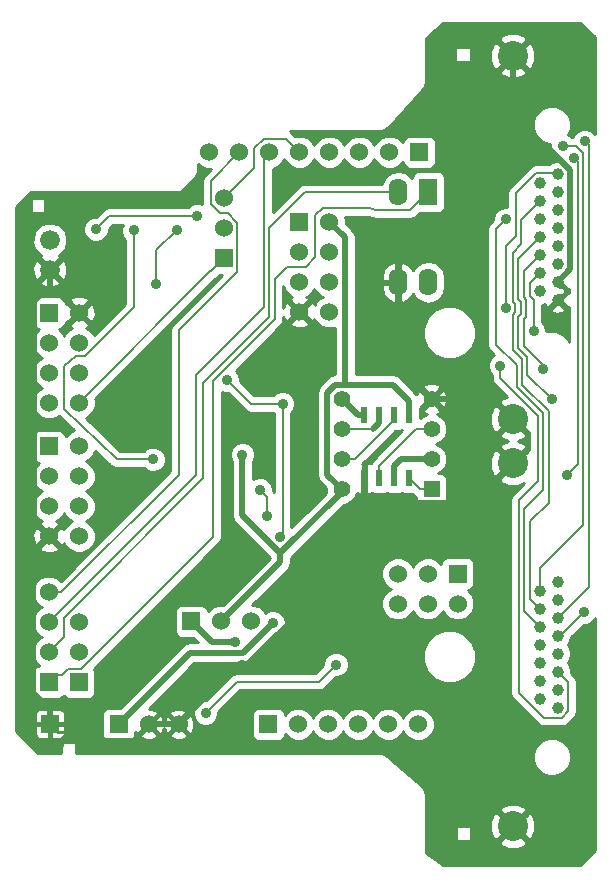
<source format=gbl>
G04 (created by PCBNEW (2013-07-07 BZR 4022)-stable) date 16/09/2013 17:45:25*
%MOIN*%
G04 Gerber Fmt 3.4, Leading zero omitted, Abs format*
%FSLAX34Y34*%
G01*
G70*
G90*
G04 APERTURE LIST*
%ADD10C,0.00590551*%
%ADD11R,0.0236X0.0551*%
%ADD12R,0.06X0.06*%
%ADD13C,0.06*%
%ADD14C,0.0393701*%
%ADD15C,0.1*%
%ADD16C,0.066*%
%ADD17R,0.055X0.055*%
%ADD18C,0.055*%
%ADD19R,0.062X0.09*%
%ADD20O,0.062X0.09*%
%ADD21C,0.035*%
%ADD22C,0.02*%
%ADD23C,0.008*%
%ADD24C,0.01*%
G04 APERTURE END LIST*
G54D10*
G54D11*
X34718Y-35607D03*
X34718Y-37707D03*
X34218Y-35607D03*
X33718Y-35607D03*
X33218Y-35607D03*
X34218Y-37707D03*
X33718Y-37707D03*
X33218Y-37707D03*
G54D12*
X25039Y-45905D03*
G54D13*
X26039Y-45905D03*
X27039Y-45905D03*
G54D12*
X23712Y-44507D03*
G54D13*
X23712Y-43507D03*
X23712Y-42507D03*
G54D14*
X39677Y-27574D03*
X39086Y-27874D03*
X39677Y-28173D03*
X39086Y-28472D03*
X39677Y-28771D03*
X39086Y-29070D03*
X39677Y-29370D03*
X39086Y-29669D03*
X39677Y-29968D03*
X39086Y-30267D03*
X39677Y-30566D03*
X39086Y-30866D03*
X39677Y-31165D03*
X39086Y-31464D03*
X39677Y-31763D03*
G54D15*
X38177Y-23620D03*
X38177Y-35718D03*
G54D14*
X39677Y-41157D03*
X39086Y-41456D03*
X39677Y-41755D03*
X39086Y-42055D03*
X39677Y-42354D03*
X39086Y-42653D03*
X39677Y-42952D03*
X39086Y-43251D03*
X39677Y-43551D03*
X39086Y-43850D03*
X39677Y-44149D03*
X39086Y-44448D03*
X39677Y-44748D03*
X39086Y-45047D03*
X39677Y-45346D03*
G54D15*
X38177Y-37202D03*
X38177Y-49301D03*
G54D16*
X22748Y-29759D03*
X22748Y-30759D03*
G54D12*
X36346Y-40881D03*
G54D13*
X36346Y-41881D03*
X35346Y-40881D03*
X35346Y-41881D03*
X34346Y-40881D03*
X34346Y-41881D03*
G54D12*
X22708Y-44496D03*
G54D13*
X22708Y-43496D03*
X22708Y-42496D03*
X22708Y-41496D03*
G54D12*
X31066Y-29153D03*
G54D13*
X32066Y-29153D03*
X31066Y-30153D03*
X32066Y-30153D03*
X31066Y-31153D03*
X32066Y-31153D03*
X31066Y-32153D03*
X32066Y-32153D03*
G54D12*
X22720Y-32185D03*
G54D13*
X23720Y-32185D03*
X22720Y-33185D03*
X23720Y-33185D03*
X22720Y-34185D03*
X23720Y-34185D03*
X22720Y-35185D03*
X23720Y-35185D03*
G54D12*
X22720Y-36633D03*
G54D13*
X23720Y-36633D03*
X22720Y-37633D03*
X23720Y-37633D03*
X22720Y-38633D03*
X23720Y-38633D03*
X22720Y-39633D03*
X23720Y-39633D03*
G54D12*
X27456Y-42464D03*
G54D13*
X28456Y-42464D03*
X29456Y-42464D03*
G54D12*
X28555Y-30374D03*
G54D13*
X28555Y-29374D03*
X28555Y-28374D03*
G54D12*
X22748Y-45889D03*
G54D17*
X35468Y-38059D03*
G54D18*
X35468Y-37059D03*
X35468Y-36059D03*
X35468Y-35059D03*
X32468Y-35059D03*
X32468Y-36059D03*
X32468Y-37059D03*
X32468Y-38059D03*
G54D12*
X35062Y-26826D03*
G54D13*
X34062Y-26826D03*
X33062Y-26826D03*
X32062Y-26826D03*
X31062Y-26826D03*
X30062Y-26826D03*
X29062Y-26826D03*
X28062Y-26826D03*
G54D12*
X30031Y-45909D03*
G54D13*
X31031Y-45909D03*
X32031Y-45909D03*
X33031Y-45909D03*
X34031Y-45909D03*
X35031Y-45909D03*
G54D19*
X35362Y-28169D03*
G54D20*
X34362Y-28169D03*
X34362Y-31169D03*
X35362Y-31169D03*
G54D21*
X30181Y-42528D03*
X27649Y-28960D03*
X24279Y-29401D03*
X26999Y-29410D03*
X26301Y-31227D03*
X26183Y-37070D03*
X25556Y-29436D03*
X39991Y-37585D03*
X40206Y-27010D03*
X39843Y-26629D03*
X40578Y-26474D03*
X39472Y-35056D03*
X37763Y-33953D03*
X37959Y-29070D03*
X38868Y-32799D03*
X37951Y-32037D03*
X40553Y-42163D03*
X39184Y-34048D03*
X29149Y-43929D03*
X29992Y-38960D03*
X29755Y-38094D03*
X28653Y-34433D03*
X30503Y-35220D03*
X30425Y-39669D03*
X32283Y-43915D03*
X27938Y-45518D03*
X29166Y-36912D03*
X28934Y-43147D03*
G54D22*
X27422Y-43522D02*
X25039Y-45905D01*
X29187Y-43522D02*
X27422Y-43522D01*
X30181Y-42528D02*
X29187Y-43522D01*
G54D23*
X24720Y-28960D02*
X27649Y-28960D01*
X24279Y-29401D02*
X24720Y-28960D01*
X29562Y-27366D02*
X28555Y-28374D01*
X29562Y-26692D02*
X29562Y-27366D01*
X29874Y-26381D02*
X29562Y-26692D01*
X30617Y-26381D02*
X29874Y-26381D01*
X31062Y-26826D02*
X30617Y-26381D01*
X28098Y-30807D02*
X28122Y-30807D01*
X28122Y-30807D02*
X28555Y-30374D01*
X28098Y-30807D02*
X23720Y-35185D01*
X27615Y-37589D02*
X22708Y-42496D01*
X27615Y-34261D02*
X27615Y-37589D01*
X29882Y-31993D02*
X27615Y-34261D01*
X29882Y-27006D02*
X29882Y-31993D01*
X30062Y-26826D02*
X29882Y-27006D01*
X23128Y-41496D02*
X22708Y-41496D01*
X27041Y-37583D02*
X23128Y-41496D01*
X27041Y-32767D02*
X27041Y-37583D01*
X28995Y-30814D02*
X27041Y-32767D01*
X28995Y-29190D02*
X28995Y-30814D01*
X28678Y-28874D02*
X28995Y-29190D01*
X28431Y-28874D02*
X28678Y-28874D01*
X28107Y-28549D02*
X28431Y-28874D01*
X28107Y-27782D02*
X28107Y-28549D01*
X29062Y-26826D02*
X28107Y-27782D01*
X32468Y-36059D02*
X33523Y-36059D01*
X33718Y-35864D02*
X33718Y-35607D01*
G54D22*
X33523Y-36059D02*
X33718Y-35864D01*
G54D23*
X26301Y-30109D02*
X26999Y-29410D01*
X26301Y-31227D02*
X26301Y-30109D01*
G54D22*
X34218Y-37293D02*
X34218Y-37707D01*
X34452Y-37059D02*
X34218Y-37293D01*
X35468Y-37059D02*
X34452Y-37059D01*
X33016Y-35607D02*
X32468Y-35059D01*
X33218Y-35607D02*
X33016Y-35607D01*
G54D23*
X35468Y-38059D02*
X35070Y-38059D01*
X35070Y-38059D02*
X34718Y-37707D01*
X24968Y-37070D02*
X26183Y-37070D01*
X23221Y-35382D02*
X24968Y-37070D01*
X23221Y-33973D02*
X23221Y-35382D01*
X23629Y-33625D02*
X23221Y-33973D01*
X23928Y-33625D02*
X23629Y-33625D01*
X25556Y-31997D02*
X23928Y-33625D01*
X25556Y-29436D02*
X25556Y-31997D01*
X40340Y-37236D02*
X39991Y-37585D01*
X40340Y-27144D02*
X40340Y-37236D01*
X40206Y-27010D02*
X40340Y-27144D01*
X39086Y-40706D02*
X39086Y-41456D01*
X40526Y-39266D02*
X39086Y-40706D01*
X40526Y-26873D02*
X40526Y-39266D01*
X40282Y-26629D02*
X40526Y-26873D01*
X39843Y-26629D02*
X40282Y-26629D01*
X40706Y-26602D02*
X40578Y-26474D01*
X40706Y-41324D02*
X40706Y-26602D01*
X39677Y-42354D02*
X40706Y-41324D01*
X38357Y-30398D02*
X39086Y-29669D01*
X38357Y-31741D02*
X38357Y-30398D01*
X38447Y-31831D02*
X38357Y-31741D01*
X38447Y-32242D02*
X38447Y-31831D01*
X38357Y-32332D02*
X38447Y-32242D01*
X38357Y-33351D02*
X38357Y-32332D01*
X38663Y-33658D02*
X38357Y-33351D01*
X38663Y-34247D02*
X38663Y-33658D01*
X39472Y-35056D02*
X38663Y-34247D01*
X37763Y-34366D02*
X37763Y-33953D01*
X39007Y-35610D02*
X37763Y-34366D01*
X39007Y-37809D02*
X39007Y-35610D01*
X38377Y-38439D02*
X39007Y-37809D01*
X38377Y-44852D02*
X38377Y-38439D01*
X39209Y-45683D02*
X38377Y-44852D01*
X39817Y-45683D02*
X39209Y-45683D01*
X40026Y-45474D02*
X39817Y-45683D01*
X40026Y-44499D02*
X40026Y-45474D01*
X39677Y-44149D02*
X40026Y-44499D01*
X37624Y-29406D02*
X37959Y-29070D01*
X37624Y-33255D02*
X37624Y-29406D01*
X38303Y-33934D02*
X37624Y-33255D01*
X38303Y-34651D02*
X38303Y-33934D01*
X39187Y-35535D02*
X38303Y-34651D01*
X39187Y-38084D02*
X39187Y-35535D01*
X38560Y-38712D02*
X39187Y-38084D01*
X38560Y-42127D02*
X38560Y-38712D01*
X39086Y-42653D02*
X38560Y-42127D01*
X38746Y-31206D02*
X39086Y-30866D01*
X38746Y-31621D02*
X38746Y-31206D01*
X38868Y-31744D02*
X38746Y-31621D01*
X38868Y-32799D02*
X38868Y-31744D01*
X37951Y-29954D02*
X37951Y-32037D01*
X38274Y-29632D02*
X37951Y-29954D01*
X38274Y-28204D02*
X38274Y-29632D01*
X38962Y-27517D02*
X38274Y-28204D01*
X39619Y-27517D02*
X38962Y-27517D01*
X39677Y-27574D02*
X39619Y-27517D01*
X38455Y-29103D02*
X39086Y-28472D01*
X38455Y-29905D02*
X38455Y-29103D01*
X38177Y-30184D02*
X38455Y-29905D01*
X38177Y-31816D02*
X38177Y-30184D01*
X38267Y-31906D02*
X38177Y-31816D01*
X38267Y-32167D02*
X38267Y-31906D01*
X38177Y-32257D02*
X38267Y-32167D01*
X38177Y-33426D02*
X38177Y-32257D01*
X38483Y-33732D02*
X38177Y-33426D01*
X38483Y-34576D02*
X38483Y-33732D01*
X39368Y-35461D02*
X38483Y-34576D01*
X39368Y-38514D02*
X39368Y-35461D01*
X38748Y-39134D02*
X39368Y-38514D01*
X38748Y-41717D02*
X38748Y-39134D01*
X39086Y-42055D02*
X38748Y-41717D01*
X39764Y-42952D02*
X40553Y-42163D01*
X39677Y-42952D02*
X39764Y-42952D01*
X39184Y-33924D02*
X39184Y-34048D01*
X38545Y-33285D02*
X39184Y-33924D01*
X38545Y-32398D02*
X38545Y-33285D01*
X38627Y-32316D02*
X38545Y-32398D01*
X38627Y-31757D02*
X38627Y-32316D01*
X38545Y-31675D02*
X38627Y-31757D01*
X38545Y-30808D02*
X38545Y-31675D01*
X39086Y-30267D02*
X38545Y-30808D01*
X34218Y-35607D02*
X34218Y-35768D01*
X34218Y-35768D02*
X33963Y-36023D01*
X32927Y-37059D02*
X32468Y-37059D01*
X33963Y-36023D02*
X32927Y-37059D01*
X34951Y-36059D02*
X33718Y-37291D01*
X35468Y-36059D02*
X34951Y-36059D01*
X33718Y-37707D02*
X33718Y-37291D01*
G54D24*
X26039Y-45905D02*
X26039Y-45964D01*
X26039Y-45964D02*
X25602Y-46401D01*
X25602Y-46401D02*
X24440Y-46401D01*
X24440Y-46401D02*
X24204Y-46165D01*
X24204Y-46165D02*
X23023Y-46165D01*
X23023Y-46165D02*
X22748Y-45889D01*
G54D22*
X27039Y-45870D02*
X27039Y-45905D01*
X29149Y-43929D02*
X28980Y-43929D01*
X28980Y-43929D02*
X27039Y-45870D01*
X33576Y-38541D02*
X33576Y-39687D01*
X33576Y-39687D02*
X29334Y-43929D01*
X29334Y-43929D02*
X29149Y-43929D01*
X33218Y-37707D02*
X33218Y-38183D01*
X33576Y-38541D02*
X33218Y-38183D01*
X38177Y-37202D02*
X36838Y-38541D01*
X36838Y-38541D02*
X33576Y-38541D01*
X37517Y-35059D02*
X38177Y-35718D01*
X35468Y-35059D02*
X37517Y-35059D01*
X34362Y-33952D02*
X34362Y-31169D01*
X35468Y-35059D02*
X34362Y-33952D01*
X34362Y-31169D02*
X34362Y-30594D01*
X38177Y-26762D02*
X34637Y-30301D01*
X34362Y-30594D02*
X34637Y-30318D01*
X34637Y-30318D02*
X34637Y-30301D01*
X38177Y-23620D02*
X38177Y-26762D01*
X38177Y-26762D02*
X39426Y-26762D01*
X39426Y-26762D02*
X40100Y-27435D01*
X40100Y-27435D02*
X40100Y-30742D01*
X40100Y-30742D02*
X39677Y-31165D01*
X22748Y-45889D02*
X22748Y-45389D01*
X22720Y-39633D02*
X22186Y-40167D01*
X22186Y-40167D02*
X22186Y-44859D01*
X22186Y-44859D02*
X22716Y-45389D01*
X22716Y-45389D02*
X22748Y-45389D01*
X22748Y-31458D02*
X22748Y-30759D01*
X22994Y-31458D02*
X23720Y-32185D01*
X22748Y-31458D02*
X22994Y-31458D01*
X22552Y-31458D02*
X22748Y-31458D01*
X22220Y-31791D02*
X22552Y-31458D01*
X22220Y-39133D02*
X22220Y-31791D01*
X22720Y-39633D02*
X22220Y-39133D01*
X26039Y-45905D02*
X27039Y-45905D01*
G54D23*
X31252Y-28169D02*
X34362Y-28169D01*
X30063Y-29359D02*
X31252Y-28169D01*
X30063Y-32323D02*
X30063Y-29359D01*
X27851Y-34534D02*
X30063Y-32323D01*
X27851Y-37706D02*
X27851Y-34534D01*
X23207Y-42350D02*
X27851Y-37706D01*
X23207Y-42996D02*
X23207Y-42350D01*
X22708Y-43496D02*
X23207Y-42996D01*
X30937Y-30644D02*
X30650Y-30644D01*
X30243Y-31354D02*
X30243Y-31354D01*
X30243Y-31052D02*
X30243Y-31354D01*
X30650Y-30644D02*
X30243Y-31052D01*
X31152Y-30644D02*
X31278Y-30644D01*
X31278Y-30644D02*
X31586Y-30336D01*
X31590Y-29080D02*
X31590Y-28937D01*
X31586Y-30336D02*
X31586Y-29088D01*
X31586Y-29088D02*
X31590Y-29080D01*
X31836Y-28691D02*
X33378Y-28691D01*
X33378Y-28691D02*
X33612Y-28767D01*
X33612Y-28767D02*
X34567Y-28767D01*
X34764Y-28767D02*
X35362Y-28169D01*
X34567Y-28767D02*
X34764Y-28767D01*
X31590Y-28937D02*
X31836Y-28691D01*
X23141Y-44268D02*
X22935Y-44268D01*
X22935Y-44268D02*
X22708Y-44496D01*
X30243Y-31354D02*
X30243Y-31354D01*
X30243Y-32397D02*
X30243Y-31354D01*
X28194Y-34446D02*
X30243Y-32397D01*
X28194Y-39653D02*
X28194Y-34446D01*
X23779Y-44067D02*
X28194Y-39653D01*
X23342Y-44067D02*
X23779Y-44067D01*
X23141Y-44268D02*
X23342Y-44067D01*
X30937Y-30644D02*
X31152Y-30644D01*
X29992Y-38330D02*
X29992Y-38960D01*
X29755Y-38094D02*
X29992Y-38330D01*
X29440Y-35220D02*
X30503Y-35220D01*
X28653Y-34433D02*
X29440Y-35220D01*
X30503Y-39590D02*
X30503Y-35220D01*
X30425Y-39669D02*
X30503Y-39590D01*
X32283Y-43915D02*
X31713Y-44485D01*
X31713Y-44485D02*
X28972Y-44485D01*
X28972Y-44485D02*
X27938Y-45518D01*
G54D22*
X30424Y-40496D02*
X30424Y-40201D01*
X28456Y-42464D02*
X30424Y-40496D01*
X29166Y-38942D02*
X29166Y-36912D01*
X30424Y-40201D02*
X29166Y-38942D01*
X32468Y-38157D02*
X32468Y-38059D01*
X30424Y-40201D02*
X32468Y-38157D01*
X34718Y-35607D02*
X34718Y-35131D01*
X32585Y-29672D02*
X32585Y-34581D01*
X32066Y-29153D02*
X32585Y-29672D01*
X32255Y-34581D02*
X32585Y-34581D01*
X31992Y-34844D02*
X32255Y-34581D01*
X31992Y-37582D02*
X31992Y-34844D01*
X32468Y-38059D02*
X31992Y-37582D01*
X34168Y-34581D02*
X34718Y-35131D01*
X32585Y-34581D02*
X34168Y-34581D01*
X28139Y-43147D02*
X28934Y-43147D01*
X27456Y-42464D02*
X28139Y-43147D01*
G54D10*
G36*
X32235Y-34235D02*
X32121Y-34258D01*
X32008Y-34334D01*
X31744Y-34597D01*
X31669Y-34710D01*
X31642Y-34844D01*
X31642Y-37582D01*
X31669Y-37716D01*
X31744Y-37830D01*
X31943Y-38029D01*
X31943Y-38163D01*
X31950Y-38180D01*
X31382Y-38748D01*
X31382Y-32539D01*
X31066Y-32224D01*
X30751Y-32539D01*
X30779Y-32634D01*
X30985Y-32708D01*
X31203Y-32697D01*
X31354Y-32634D01*
X31382Y-32539D01*
X31382Y-38748D01*
X30793Y-39337D01*
X30793Y-35531D01*
X30864Y-35461D01*
X30928Y-35305D01*
X30929Y-35136D01*
X30864Y-34980D01*
X30744Y-34860D01*
X30588Y-34795D01*
X30419Y-34795D01*
X30263Y-34859D01*
X30192Y-34930D01*
X29561Y-34930D01*
X29078Y-34447D01*
X29078Y-34348D01*
X29014Y-34192D01*
X28936Y-34114D01*
X30448Y-32602D01*
X30448Y-32602D01*
X30448Y-32602D01*
X30511Y-32508D01*
X30533Y-32397D01*
X30533Y-32314D01*
X30585Y-32441D01*
X30681Y-32468D01*
X30996Y-32153D01*
X30681Y-31838D01*
X30585Y-31865D01*
X30533Y-32012D01*
X30533Y-31354D01*
X30533Y-31353D01*
X30533Y-31301D01*
X30600Y-31464D01*
X30754Y-31619D01*
X30830Y-31650D01*
X30779Y-31672D01*
X30751Y-31767D01*
X31066Y-32082D01*
X31382Y-31767D01*
X31354Y-31672D01*
X31299Y-31652D01*
X31378Y-31620D01*
X31532Y-31465D01*
X31566Y-31383D01*
X31600Y-31464D01*
X31754Y-31619D01*
X31836Y-31653D01*
X31755Y-31687D01*
X31600Y-31841D01*
X31569Y-31917D01*
X31548Y-31865D01*
X31452Y-31838D01*
X31137Y-32153D01*
X31452Y-32468D01*
X31548Y-32441D01*
X31567Y-32386D01*
X31600Y-32464D01*
X31754Y-32619D01*
X31957Y-32703D01*
X32175Y-32703D01*
X32235Y-32678D01*
X32235Y-34235D01*
X32235Y-34235D01*
G37*
G54D24*
X32235Y-34235D02*
X32121Y-34258D01*
X32008Y-34334D01*
X31744Y-34597D01*
X31669Y-34710D01*
X31642Y-34844D01*
X31642Y-37582D01*
X31669Y-37716D01*
X31744Y-37830D01*
X31943Y-38029D01*
X31943Y-38163D01*
X31950Y-38180D01*
X31382Y-38748D01*
X31382Y-32539D01*
X31066Y-32224D01*
X30751Y-32539D01*
X30779Y-32634D01*
X30985Y-32708D01*
X31203Y-32697D01*
X31354Y-32634D01*
X31382Y-32539D01*
X31382Y-38748D01*
X30793Y-39337D01*
X30793Y-35531D01*
X30864Y-35461D01*
X30928Y-35305D01*
X30929Y-35136D01*
X30864Y-34980D01*
X30744Y-34860D01*
X30588Y-34795D01*
X30419Y-34795D01*
X30263Y-34859D01*
X30192Y-34930D01*
X29561Y-34930D01*
X29078Y-34447D01*
X29078Y-34348D01*
X29014Y-34192D01*
X28936Y-34114D01*
X30448Y-32602D01*
X30448Y-32602D01*
X30448Y-32602D01*
X30511Y-32508D01*
X30533Y-32397D01*
X30533Y-32314D01*
X30585Y-32441D01*
X30681Y-32468D01*
X30996Y-32153D01*
X30681Y-31838D01*
X30585Y-31865D01*
X30533Y-32012D01*
X30533Y-31354D01*
X30533Y-31353D01*
X30533Y-31301D01*
X30600Y-31464D01*
X30754Y-31619D01*
X30830Y-31650D01*
X30779Y-31672D01*
X30751Y-31767D01*
X31066Y-32082D01*
X31382Y-31767D01*
X31354Y-31672D01*
X31299Y-31652D01*
X31378Y-31620D01*
X31532Y-31465D01*
X31566Y-31383D01*
X31600Y-31464D01*
X31754Y-31619D01*
X31836Y-31653D01*
X31755Y-31687D01*
X31600Y-31841D01*
X31569Y-31917D01*
X31548Y-31865D01*
X31452Y-31838D01*
X31137Y-32153D01*
X31452Y-32468D01*
X31548Y-32441D01*
X31567Y-32386D01*
X31600Y-32464D01*
X31754Y-32619D01*
X31957Y-32703D01*
X32175Y-32703D01*
X32235Y-32678D01*
X32235Y-34235D01*
G54D10*
G36*
X39736Y-44770D02*
X39682Y-44824D01*
X39677Y-44818D01*
X39671Y-44824D01*
X39600Y-44753D01*
X39606Y-44748D01*
X39600Y-44742D01*
X39671Y-44671D01*
X39677Y-44677D01*
X39682Y-44671D01*
X39736Y-44725D01*
X39736Y-44770D01*
X39736Y-44770D01*
G37*
G54D24*
X39736Y-44770D02*
X39682Y-44824D01*
X39677Y-44818D01*
X39671Y-44824D01*
X39600Y-44753D01*
X39606Y-44748D01*
X39600Y-44742D01*
X39671Y-44671D01*
X39677Y-44677D01*
X39682Y-44671D01*
X39736Y-44725D01*
X39736Y-44770D01*
G54D10*
G36*
X39736Y-45354D02*
X39697Y-45393D01*
X39642Y-45393D01*
X39600Y-45352D01*
X39606Y-45346D01*
X39600Y-45340D01*
X39671Y-45270D01*
X39677Y-45275D01*
X39682Y-45270D01*
X39736Y-45324D01*
X39736Y-45354D01*
X39736Y-45354D01*
G37*
G54D24*
X39736Y-45354D02*
X39697Y-45393D01*
X39642Y-45393D01*
X39600Y-45352D01*
X39606Y-45346D01*
X39600Y-45340D01*
X39671Y-45270D01*
X39677Y-45275D01*
X39682Y-45270D01*
X39736Y-45324D01*
X39736Y-45354D01*
G54D10*
G36*
X40050Y-33153D02*
X40010Y-33057D01*
X39917Y-32963D01*
X39917Y-32074D01*
X39677Y-31834D01*
X39436Y-32074D01*
X39451Y-32159D01*
X39620Y-32215D01*
X39797Y-32203D01*
X39902Y-32159D01*
X39917Y-32074D01*
X39917Y-32963D01*
X39833Y-32879D01*
X39602Y-32783D01*
X39351Y-32783D01*
X39293Y-32807D01*
X39294Y-32715D01*
X39229Y-32559D01*
X39158Y-32488D01*
X39158Y-31911D01*
X39175Y-31911D01*
X39238Y-31885D01*
X39281Y-31989D01*
X39366Y-32004D01*
X39606Y-31763D01*
X39600Y-31758D01*
X39671Y-31687D01*
X39677Y-31693D01*
X39762Y-31607D01*
X39797Y-31604D01*
X39902Y-31561D01*
X39917Y-31476D01*
X39905Y-31464D01*
X39917Y-31452D01*
X39902Y-31368D01*
X39762Y-31321D01*
X39677Y-31236D01*
X39671Y-31241D01*
X39600Y-31170D01*
X39606Y-31165D01*
X39600Y-31159D01*
X39671Y-31089D01*
X39677Y-31094D01*
X39682Y-31089D01*
X39753Y-31159D01*
X39747Y-31165D01*
X39988Y-31405D01*
X40050Y-31394D01*
X40050Y-31534D01*
X39988Y-31523D01*
X39747Y-31763D01*
X39988Y-32004D01*
X40050Y-31993D01*
X40050Y-33153D01*
X40050Y-33153D01*
G37*
G54D24*
X40050Y-33153D02*
X40010Y-33057D01*
X39917Y-32963D01*
X39917Y-32074D01*
X39677Y-31834D01*
X39436Y-32074D01*
X39451Y-32159D01*
X39620Y-32215D01*
X39797Y-32203D01*
X39902Y-32159D01*
X39917Y-32074D01*
X39917Y-32963D01*
X39833Y-32879D01*
X39602Y-32783D01*
X39351Y-32783D01*
X39293Y-32807D01*
X39294Y-32715D01*
X39229Y-32559D01*
X39158Y-32488D01*
X39158Y-31911D01*
X39175Y-31911D01*
X39238Y-31885D01*
X39281Y-31989D01*
X39366Y-32004D01*
X39606Y-31763D01*
X39600Y-31758D01*
X39671Y-31687D01*
X39677Y-31693D01*
X39762Y-31607D01*
X39797Y-31604D01*
X39902Y-31561D01*
X39917Y-31476D01*
X39905Y-31464D01*
X39917Y-31452D01*
X39902Y-31368D01*
X39762Y-31321D01*
X39677Y-31236D01*
X39671Y-31241D01*
X39600Y-31170D01*
X39606Y-31165D01*
X39600Y-31159D01*
X39671Y-31089D01*
X39677Y-31094D01*
X39682Y-31089D01*
X39753Y-31159D01*
X39747Y-31165D01*
X39988Y-31405D01*
X40050Y-31394D01*
X40050Y-31534D01*
X39988Y-31523D01*
X39747Y-31763D01*
X39988Y-32004D01*
X40050Y-31993D01*
X40050Y-33153D01*
G54D10*
G36*
X40926Y-50105D02*
X40428Y-50604D01*
X40106Y-50604D01*
X40106Y-46871D01*
X40010Y-46639D01*
X39833Y-46462D01*
X39602Y-46366D01*
X39351Y-46366D01*
X39120Y-46461D01*
X38942Y-46638D01*
X38846Y-46870D01*
X38846Y-47120D01*
X38942Y-47352D01*
X39119Y-47529D01*
X39350Y-47625D01*
X39601Y-47626D01*
X39832Y-47530D01*
X40010Y-47353D01*
X40106Y-47121D01*
X40106Y-46871D01*
X40106Y-50604D01*
X38930Y-50604D01*
X38930Y-49430D01*
X38923Y-49132D01*
X38823Y-48893D01*
X38707Y-48841D01*
X38637Y-48911D01*
X38637Y-48770D01*
X38585Y-48654D01*
X38306Y-48547D01*
X38008Y-48555D01*
X37769Y-48654D01*
X37717Y-48770D01*
X38177Y-49230D01*
X38637Y-48770D01*
X38637Y-48911D01*
X38247Y-49301D01*
X38707Y-49761D01*
X38823Y-49709D01*
X38930Y-49430D01*
X38930Y-50604D01*
X38637Y-50604D01*
X38637Y-49831D01*
X38177Y-49371D01*
X38106Y-49442D01*
X38106Y-49301D01*
X37646Y-48841D01*
X37530Y-48893D01*
X37423Y-49171D01*
X37431Y-49469D01*
X37530Y-49709D01*
X37646Y-49761D01*
X38106Y-49301D01*
X38106Y-49442D01*
X37717Y-49831D01*
X37769Y-49947D01*
X38047Y-50054D01*
X38345Y-50047D01*
X38585Y-49947D01*
X38637Y-49831D01*
X38637Y-50604D01*
X36946Y-50604D01*
X36946Y-43470D01*
X36946Y-32680D01*
X36811Y-32354D01*
X36774Y-32317D01*
X36774Y-23813D01*
X36774Y-23320D01*
X36241Y-23320D01*
X36241Y-23813D01*
X36774Y-23813D01*
X36774Y-32317D01*
X36562Y-32105D01*
X36237Y-31970D01*
X35922Y-31969D01*
X35922Y-31323D01*
X35922Y-31015D01*
X35879Y-30801D01*
X35758Y-30619D01*
X35576Y-30498D01*
X35362Y-30455D01*
X35147Y-30498D01*
X34966Y-30619D01*
X34862Y-30775D01*
X34860Y-30768D01*
X34722Y-30597D01*
X34530Y-30492D01*
X34498Y-30486D01*
X34412Y-30534D01*
X34412Y-31119D01*
X34420Y-31119D01*
X34420Y-31219D01*
X34412Y-31219D01*
X34412Y-31804D01*
X34498Y-31852D01*
X34530Y-31845D01*
X34722Y-31740D01*
X34860Y-31569D01*
X34862Y-31563D01*
X34966Y-31718D01*
X35147Y-31840D01*
X35362Y-31883D01*
X35576Y-31840D01*
X35758Y-31718D01*
X35879Y-31537D01*
X35922Y-31323D01*
X35922Y-31969D01*
X35884Y-31969D01*
X35558Y-32104D01*
X35309Y-32353D01*
X35174Y-32679D01*
X35173Y-33031D01*
X35308Y-33357D01*
X35557Y-33607D01*
X35883Y-33742D01*
X36235Y-33742D01*
X36561Y-33608D01*
X36811Y-33358D01*
X36946Y-33033D01*
X36946Y-32680D01*
X36946Y-43470D01*
X36896Y-43349D01*
X36896Y-41772D01*
X36812Y-41570D01*
X36674Y-41431D01*
X36695Y-41431D01*
X36787Y-41393D01*
X36858Y-41323D01*
X36896Y-41231D01*
X36896Y-41132D01*
X36896Y-40532D01*
X36858Y-40440D01*
X36788Y-40370D01*
X36696Y-40331D01*
X36596Y-40331D01*
X35998Y-40331D01*
X35998Y-35134D01*
X35987Y-34926D01*
X35929Y-34786D01*
X35836Y-34761D01*
X35765Y-34832D01*
X35765Y-34691D01*
X35741Y-34598D01*
X35544Y-34529D01*
X35335Y-34540D01*
X35195Y-34598D01*
X35171Y-34691D01*
X35468Y-34988D01*
X35765Y-34691D01*
X35765Y-34832D01*
X35539Y-35059D01*
X35836Y-35356D01*
X35929Y-35331D01*
X35998Y-35134D01*
X35998Y-40331D01*
X35996Y-40331D01*
X35905Y-40369D01*
X35834Y-40440D01*
X35796Y-40531D01*
X35796Y-40554D01*
X35658Y-40415D01*
X35456Y-40331D01*
X35237Y-40331D01*
X35035Y-40415D01*
X34880Y-40569D01*
X34846Y-40651D01*
X34812Y-40570D01*
X34658Y-40415D01*
X34456Y-40331D01*
X34237Y-40331D01*
X34035Y-40415D01*
X33880Y-40569D01*
X33796Y-40772D01*
X33796Y-40990D01*
X33879Y-41193D01*
X34034Y-41347D01*
X34116Y-41381D01*
X34035Y-41415D01*
X33880Y-41569D01*
X33796Y-41772D01*
X33796Y-41990D01*
X33879Y-42193D01*
X34034Y-42347D01*
X34236Y-42431D01*
X34455Y-42431D01*
X34657Y-42348D01*
X34812Y-42193D01*
X34846Y-42112D01*
X34879Y-42193D01*
X35034Y-42347D01*
X35236Y-42431D01*
X35455Y-42431D01*
X35657Y-42348D01*
X35812Y-42193D01*
X35846Y-42112D01*
X35879Y-42193D01*
X36034Y-42347D01*
X36236Y-42431D01*
X36455Y-42431D01*
X36657Y-42348D01*
X36812Y-42193D01*
X36896Y-41991D01*
X36896Y-41772D01*
X36896Y-43349D01*
X36811Y-43144D01*
X36562Y-42894D01*
X36237Y-42759D01*
X35884Y-42759D01*
X35558Y-42893D01*
X35309Y-43143D01*
X35174Y-43468D01*
X35173Y-43821D01*
X35308Y-44147D01*
X35557Y-44396D01*
X35883Y-44531D01*
X36235Y-44532D01*
X36561Y-44397D01*
X36811Y-44148D01*
X36946Y-43822D01*
X36946Y-43470D01*
X36946Y-50604D01*
X36774Y-50604D01*
X36774Y-49798D01*
X36774Y-49304D01*
X36370Y-49304D01*
X36280Y-49304D01*
X36280Y-49798D01*
X36774Y-49798D01*
X36774Y-50604D01*
X35847Y-50604D01*
X35581Y-50404D01*
X35581Y-45800D01*
X35498Y-45598D01*
X35343Y-45443D01*
X35141Y-45359D01*
X34922Y-45359D01*
X34720Y-45442D01*
X34565Y-45597D01*
X34531Y-45679D01*
X34498Y-45598D01*
X34343Y-45443D01*
X34141Y-45359D01*
X33922Y-45359D01*
X33720Y-45442D01*
X33565Y-45597D01*
X33531Y-45679D01*
X33498Y-45598D01*
X33343Y-45443D01*
X33141Y-45359D01*
X32922Y-45359D01*
X32720Y-45442D01*
X32708Y-45454D01*
X32708Y-43830D01*
X32644Y-43674D01*
X32524Y-43555D01*
X32368Y-43490D01*
X32199Y-43490D01*
X32043Y-43554D01*
X31923Y-43674D01*
X31858Y-43830D01*
X31858Y-43930D01*
X31593Y-44195D01*
X28972Y-44195D01*
X28972Y-44195D01*
X28861Y-44217D01*
X28767Y-44280D01*
X28767Y-44280D01*
X27953Y-45093D01*
X27854Y-45093D01*
X27698Y-45158D01*
X27578Y-45277D01*
X27513Y-45433D01*
X27513Y-45602D01*
X27577Y-45759D01*
X27697Y-45878D01*
X27853Y-45943D01*
X28022Y-45943D01*
X28178Y-45879D01*
X28298Y-45759D01*
X28363Y-45603D01*
X28363Y-45503D01*
X29092Y-44775D01*
X31713Y-44775D01*
X31824Y-44753D01*
X31918Y-44690D01*
X32268Y-44340D01*
X32367Y-44340D01*
X32524Y-44275D01*
X32643Y-44156D01*
X32708Y-44000D01*
X32708Y-43830D01*
X32708Y-45454D01*
X32565Y-45597D01*
X32531Y-45679D01*
X32498Y-45598D01*
X32343Y-45443D01*
X32141Y-45359D01*
X31922Y-45359D01*
X31720Y-45442D01*
X31565Y-45597D01*
X31531Y-45679D01*
X31498Y-45598D01*
X31343Y-45443D01*
X31141Y-45359D01*
X30922Y-45359D01*
X30720Y-45442D01*
X30581Y-45581D01*
X30581Y-45559D01*
X30543Y-45468D01*
X30473Y-45397D01*
X30381Y-45359D01*
X30281Y-45359D01*
X29681Y-45359D01*
X29590Y-45397D01*
X29519Y-45467D01*
X29481Y-45559D01*
X29481Y-45658D01*
X29481Y-46258D01*
X29519Y-46350D01*
X29589Y-46421D01*
X29681Y-46459D01*
X29781Y-46459D01*
X30381Y-46459D01*
X30472Y-46421D01*
X30543Y-46351D01*
X30581Y-46259D01*
X30581Y-46237D01*
X30719Y-46375D01*
X30921Y-46459D01*
X31140Y-46459D01*
X31342Y-46375D01*
X31497Y-46221D01*
X31531Y-46139D01*
X31564Y-46220D01*
X31719Y-46375D01*
X31921Y-46459D01*
X32140Y-46459D01*
X32342Y-46375D01*
X32497Y-46221D01*
X32531Y-46139D01*
X32564Y-46220D01*
X32719Y-46375D01*
X32921Y-46459D01*
X33140Y-46459D01*
X33342Y-46375D01*
X33497Y-46221D01*
X33531Y-46139D01*
X33564Y-46220D01*
X33719Y-46375D01*
X33921Y-46459D01*
X34140Y-46459D01*
X34342Y-46375D01*
X34497Y-46221D01*
X34531Y-46139D01*
X34564Y-46220D01*
X34719Y-46375D01*
X34921Y-46459D01*
X35140Y-46459D01*
X35342Y-46375D01*
X35497Y-46221D01*
X35581Y-46019D01*
X35581Y-45800D01*
X35581Y-50404D01*
X35277Y-50176D01*
X35277Y-48248D01*
X35275Y-48238D01*
X35276Y-48230D01*
X35265Y-48185D01*
X35253Y-48123D01*
X35247Y-48115D01*
X35245Y-48107D01*
X35218Y-48071D01*
X35182Y-48018D01*
X35173Y-48012D01*
X35169Y-48006D01*
X33988Y-46947D01*
X33941Y-46919D01*
X33896Y-46888D01*
X33887Y-46886D01*
X33879Y-46882D01*
X33825Y-46874D01*
X33771Y-46863D01*
X27548Y-46863D01*
X27548Y-45998D01*
X27545Y-45796D01*
X27474Y-45625D01*
X27388Y-45597D01*
X27347Y-45637D01*
X27347Y-45556D01*
X27319Y-45470D01*
X27132Y-45396D01*
X26930Y-45399D01*
X26758Y-45470D01*
X26731Y-45556D01*
X27039Y-45864D01*
X27347Y-45556D01*
X27347Y-45637D01*
X27080Y-45905D01*
X27388Y-46213D01*
X27474Y-46185D01*
X27548Y-45998D01*
X27548Y-46863D01*
X27347Y-46863D01*
X27347Y-46254D01*
X27039Y-45946D01*
X26998Y-45986D01*
X26998Y-45905D01*
X26690Y-45597D01*
X26604Y-45625D01*
X26540Y-45786D01*
X26474Y-45625D01*
X26388Y-45597D01*
X26080Y-45905D01*
X26388Y-46213D01*
X26474Y-46185D01*
X26537Y-46024D01*
X26604Y-46185D01*
X26690Y-46213D01*
X26998Y-45905D01*
X26998Y-45986D01*
X26731Y-46254D01*
X26758Y-46340D01*
X26946Y-46414D01*
X27148Y-46411D01*
X27319Y-46340D01*
X27347Y-46254D01*
X27347Y-46863D01*
X26347Y-46863D01*
X26347Y-46254D01*
X26039Y-45946D01*
X25731Y-46254D01*
X25758Y-46340D01*
X25946Y-46414D01*
X26148Y-46411D01*
X26319Y-46340D01*
X26347Y-46254D01*
X26347Y-46863D01*
X23628Y-46863D01*
X23628Y-46493D01*
X23255Y-46493D01*
X23255Y-46230D01*
X23255Y-45548D01*
X23224Y-45472D01*
X23165Y-45413D01*
X23089Y-45382D01*
X23006Y-45382D01*
X22828Y-45382D01*
X22776Y-45434D01*
X22776Y-45861D01*
X23203Y-45861D01*
X23255Y-45809D01*
X23255Y-45548D01*
X23255Y-46230D01*
X23255Y-45970D01*
X23203Y-45918D01*
X22776Y-45918D01*
X22776Y-46345D01*
X22828Y-46397D01*
X23006Y-46397D01*
X23089Y-46397D01*
X23165Y-46365D01*
X23224Y-46307D01*
X23255Y-46230D01*
X23255Y-46493D01*
X23135Y-46493D01*
X23131Y-46795D01*
X23133Y-46863D01*
X22719Y-46863D01*
X22719Y-46345D01*
X22719Y-45918D01*
X22719Y-45861D01*
X22719Y-45434D01*
X22667Y-45382D01*
X22489Y-45382D01*
X22406Y-45382D01*
X22330Y-45413D01*
X22272Y-45472D01*
X22240Y-45548D01*
X22240Y-45809D01*
X22292Y-45861D01*
X22719Y-45861D01*
X22719Y-45918D01*
X22292Y-45918D01*
X22240Y-45970D01*
X22240Y-46230D01*
X22272Y-46307D01*
X22330Y-46365D01*
X22406Y-46397D01*
X22489Y-46397D01*
X22667Y-46397D01*
X22719Y-46345D01*
X22719Y-46863D01*
X22366Y-46863D01*
X21620Y-46117D01*
X21620Y-28658D01*
X22107Y-28171D01*
X26952Y-28171D01*
X27077Y-28146D01*
X27077Y-28146D01*
X27182Y-28076D01*
X27580Y-27678D01*
X27580Y-27678D01*
X27580Y-27678D01*
X27650Y-27573D01*
X27650Y-27573D01*
X27675Y-27448D01*
X27675Y-27216D01*
X27751Y-27292D01*
X27953Y-27376D01*
X28102Y-27376D01*
X27902Y-27577D01*
X27839Y-27671D01*
X27817Y-27782D01*
X27817Y-28549D01*
X27821Y-28571D01*
X27734Y-28535D01*
X27565Y-28535D01*
X27409Y-28600D01*
X27338Y-28670D01*
X24720Y-28670D01*
X24609Y-28692D01*
X24515Y-28755D01*
X24294Y-28976D01*
X24195Y-28976D01*
X24039Y-29041D01*
X23919Y-29160D01*
X23854Y-29316D01*
X23854Y-29485D01*
X23919Y-29642D01*
X24038Y-29761D01*
X24194Y-29826D01*
X24363Y-29826D01*
X24519Y-29762D01*
X24639Y-29642D01*
X24704Y-29486D01*
X24704Y-29386D01*
X24840Y-29250D01*
X25173Y-29250D01*
X25131Y-29351D01*
X25131Y-29520D01*
X25195Y-29676D01*
X25266Y-29747D01*
X25266Y-31877D01*
X24275Y-32867D01*
X24275Y-32266D01*
X24264Y-32048D01*
X24201Y-31897D01*
X24106Y-31869D01*
X24035Y-31940D01*
X24035Y-31799D01*
X24008Y-31703D01*
X23802Y-31630D01*
X23583Y-31641D01*
X23432Y-31703D01*
X23405Y-31799D01*
X23720Y-32114D01*
X24035Y-31799D01*
X24035Y-31940D01*
X23791Y-32185D01*
X24106Y-32500D01*
X24201Y-32472D01*
X24275Y-32266D01*
X24275Y-32867D01*
X24211Y-32932D01*
X24187Y-32873D01*
X24032Y-32719D01*
X23956Y-32687D01*
X24008Y-32666D01*
X24035Y-32570D01*
X23720Y-32255D01*
X23405Y-32570D01*
X23432Y-32666D01*
X23487Y-32686D01*
X23409Y-32718D01*
X23254Y-32873D01*
X23220Y-32954D01*
X23187Y-32873D01*
X23048Y-32735D01*
X23069Y-32735D01*
X23161Y-32697D01*
X23232Y-32626D01*
X23270Y-32534D01*
X23270Y-32481D01*
X23334Y-32500D01*
X23649Y-32185D01*
X23334Y-31869D01*
X23332Y-31870D01*
X23332Y-30848D01*
X23328Y-30748D01*
X23328Y-29644D01*
X23240Y-29431D01*
X23077Y-29268D01*
X22863Y-29179D01*
X22633Y-29179D01*
X22601Y-29192D01*
X22601Y-28853D01*
X22601Y-28359D01*
X22107Y-28359D01*
X22107Y-28853D01*
X22601Y-28853D01*
X22601Y-29192D01*
X22419Y-29267D01*
X22256Y-29430D01*
X22168Y-29643D01*
X22167Y-29874D01*
X22256Y-30087D01*
X22419Y-30251D01*
X22440Y-30260D01*
X22411Y-30352D01*
X22748Y-30689D01*
X23084Y-30352D01*
X23055Y-30260D01*
X23076Y-30251D01*
X23239Y-30088D01*
X23327Y-29875D01*
X23328Y-29644D01*
X23328Y-30748D01*
X23322Y-30618D01*
X23254Y-30453D01*
X23155Y-30422D01*
X22818Y-30759D01*
X23155Y-31096D01*
X23254Y-31065D01*
X23332Y-30848D01*
X23332Y-31870D01*
X23270Y-31888D01*
X23270Y-31835D01*
X23232Y-31743D01*
X23162Y-31673D01*
X23084Y-31641D01*
X23084Y-31167D01*
X22748Y-30830D01*
X22677Y-30901D01*
X22677Y-30759D01*
X22340Y-30422D01*
X22241Y-30453D01*
X22163Y-30670D01*
X22173Y-30901D01*
X22241Y-31065D01*
X22340Y-31096D01*
X22677Y-30759D01*
X22677Y-30901D01*
X22411Y-31167D01*
X22442Y-31265D01*
X22659Y-31344D01*
X22889Y-31334D01*
X23053Y-31265D01*
X23084Y-31167D01*
X23084Y-31641D01*
X23070Y-31635D01*
X22970Y-31634D01*
X22370Y-31634D01*
X22279Y-31672D01*
X22208Y-31743D01*
X22170Y-31835D01*
X22170Y-31934D01*
X22170Y-32534D01*
X22208Y-32626D01*
X22278Y-32696D01*
X22370Y-32734D01*
X22392Y-32735D01*
X22254Y-32873D01*
X22170Y-33075D01*
X22170Y-33293D01*
X22253Y-33496D01*
X22408Y-33651D01*
X22490Y-33685D01*
X22409Y-33718D01*
X22254Y-33873D01*
X22170Y-34075D01*
X22170Y-34293D01*
X22253Y-34496D01*
X22408Y-34651D01*
X22490Y-34685D01*
X22409Y-34718D01*
X22254Y-34873D01*
X22170Y-35075D01*
X22170Y-35293D01*
X22253Y-35496D01*
X22408Y-35651D01*
X22610Y-35734D01*
X22829Y-35735D01*
X23031Y-35651D01*
X23056Y-35626D01*
X23554Y-36107D01*
X23409Y-36167D01*
X23270Y-36305D01*
X23270Y-36284D01*
X23232Y-36192D01*
X23162Y-36122D01*
X23070Y-36083D01*
X22970Y-36083D01*
X22370Y-36083D01*
X22279Y-36121D01*
X22208Y-36192D01*
X22170Y-36283D01*
X22170Y-36383D01*
X22170Y-36983D01*
X22208Y-37075D01*
X22278Y-37145D01*
X22370Y-37183D01*
X22392Y-37183D01*
X22254Y-37321D01*
X22170Y-37523D01*
X22170Y-37742D01*
X22253Y-37945D01*
X22408Y-38099D01*
X22490Y-38133D01*
X22409Y-38167D01*
X22254Y-38321D01*
X22170Y-38523D01*
X22170Y-38742D01*
X22253Y-38945D01*
X22408Y-39099D01*
X22484Y-39131D01*
X22432Y-39152D01*
X22405Y-39247D01*
X22720Y-39563D01*
X23035Y-39247D01*
X23008Y-39152D01*
X22953Y-39132D01*
X23031Y-39100D01*
X23186Y-38945D01*
X23220Y-38863D01*
X23253Y-38945D01*
X23408Y-39099D01*
X23490Y-39133D01*
X23409Y-39167D01*
X23254Y-39321D01*
X23223Y-39397D01*
X23201Y-39346D01*
X23106Y-39318D01*
X22791Y-39633D01*
X23106Y-39949D01*
X23201Y-39921D01*
X23221Y-39866D01*
X23253Y-39945D01*
X23408Y-40099D01*
X23610Y-40183D01*
X23829Y-40183D01*
X24031Y-40100D01*
X24186Y-39945D01*
X24270Y-39743D01*
X24270Y-39524D01*
X24187Y-39322D01*
X24032Y-39167D01*
X23950Y-39133D01*
X24031Y-39100D01*
X24186Y-38945D01*
X24270Y-38743D01*
X24270Y-38524D01*
X24187Y-38322D01*
X24032Y-38167D01*
X23950Y-38133D01*
X24031Y-38100D01*
X24186Y-37945D01*
X24270Y-37743D01*
X24270Y-37524D01*
X24187Y-37322D01*
X24032Y-37167D01*
X23950Y-37133D01*
X24031Y-37100D01*
X24186Y-36945D01*
X24254Y-36782D01*
X24761Y-37272D01*
X24763Y-37275D01*
X24766Y-37277D01*
X24767Y-37278D01*
X24782Y-37288D01*
X24857Y-37338D01*
X24861Y-37338D01*
X24862Y-37339D01*
X24885Y-37343D01*
X24968Y-37360D01*
X25872Y-37360D01*
X25942Y-37430D01*
X26098Y-37495D01*
X26267Y-37495D01*
X26423Y-37430D01*
X26543Y-37311D01*
X26608Y-37155D01*
X26608Y-36986D01*
X26543Y-36829D01*
X26424Y-36710D01*
X26268Y-36645D01*
X26099Y-36645D01*
X25942Y-36709D01*
X25872Y-36780D01*
X25086Y-36780D01*
X23951Y-35684D01*
X24031Y-35651D01*
X24186Y-35496D01*
X24270Y-35294D01*
X24270Y-35076D01*
X24261Y-35054D01*
X28255Y-31059D01*
X28327Y-31012D01*
X28415Y-30924D01*
X28475Y-30924D01*
X26836Y-32562D01*
X26773Y-32657D01*
X26751Y-32767D01*
X26751Y-37463D01*
X23102Y-41112D01*
X23035Y-41045D01*
X23035Y-40019D01*
X22720Y-39704D01*
X22649Y-39775D01*
X22649Y-39633D01*
X22334Y-39318D01*
X22239Y-39346D01*
X22165Y-39552D01*
X22176Y-39770D01*
X22239Y-39921D01*
X22334Y-39949D01*
X22649Y-39633D01*
X22649Y-39775D01*
X22405Y-40019D01*
X22432Y-40115D01*
X22638Y-40188D01*
X22857Y-40177D01*
X23008Y-40115D01*
X23035Y-40019D01*
X23035Y-41045D01*
X23020Y-41030D01*
X22818Y-40946D01*
X22599Y-40945D01*
X22397Y-41029D01*
X22242Y-41184D01*
X22158Y-41386D01*
X22158Y-41604D01*
X22242Y-41807D01*
X22396Y-41962D01*
X22478Y-41996D01*
X22397Y-42029D01*
X22242Y-42184D01*
X22158Y-42386D01*
X22158Y-42604D01*
X22242Y-42807D01*
X22396Y-42962D01*
X22478Y-42996D01*
X22397Y-43029D01*
X22242Y-43184D01*
X22158Y-43386D01*
X22158Y-43604D01*
X22242Y-43807D01*
X22380Y-43946D01*
X22359Y-43946D01*
X22267Y-43983D01*
X22196Y-44054D01*
X22158Y-44146D01*
X22158Y-44245D01*
X22158Y-44845D01*
X22196Y-44937D01*
X22266Y-45007D01*
X22358Y-45046D01*
X22458Y-45046D01*
X23058Y-45046D01*
X23150Y-45008D01*
X23204Y-44953D01*
X23270Y-45019D01*
X23362Y-45057D01*
X23462Y-45057D01*
X24062Y-45057D01*
X24154Y-45019D01*
X24224Y-44949D01*
X24262Y-44857D01*
X24262Y-44758D01*
X24262Y-44158D01*
X24224Y-44066D01*
X24207Y-44049D01*
X28399Y-39858D01*
X28462Y-39764D01*
X28484Y-39653D01*
X28484Y-34822D01*
X28568Y-34857D01*
X28668Y-34858D01*
X29235Y-35425D01*
X29329Y-35488D01*
X29440Y-35510D01*
X30192Y-35510D01*
X30213Y-35531D01*
X30213Y-38150D01*
X30197Y-38125D01*
X30180Y-38109D01*
X30180Y-38010D01*
X30116Y-37854D01*
X29996Y-37734D01*
X29840Y-37669D01*
X29671Y-37669D01*
X29516Y-37733D01*
X29516Y-37163D01*
X29526Y-37153D01*
X29591Y-36996D01*
X29591Y-36827D01*
X29526Y-36671D01*
X29407Y-36551D01*
X29251Y-36487D01*
X29081Y-36487D01*
X28925Y-36551D01*
X28806Y-36671D01*
X28741Y-36827D01*
X28741Y-36996D01*
X28805Y-37152D01*
X28816Y-37163D01*
X28816Y-38942D01*
X28842Y-39076D01*
X28918Y-39190D01*
X30074Y-40346D01*
X30074Y-40351D01*
X28511Y-41914D01*
X28347Y-41914D01*
X28145Y-41998D01*
X28006Y-42136D01*
X28006Y-42115D01*
X27968Y-42023D01*
X27898Y-41952D01*
X27806Y-41914D01*
X27707Y-41914D01*
X27107Y-41914D01*
X27015Y-41952D01*
X26944Y-42022D01*
X26906Y-42114D01*
X26906Y-42214D01*
X26906Y-42814D01*
X26944Y-42905D01*
X27014Y-42976D01*
X27106Y-43014D01*
X27206Y-43014D01*
X27511Y-43014D01*
X27669Y-43172D01*
X27422Y-43172D01*
X27288Y-43199D01*
X27174Y-43275D01*
X25094Y-45355D01*
X24689Y-45355D01*
X24597Y-45393D01*
X24527Y-45463D01*
X24489Y-45555D01*
X24489Y-45655D01*
X24489Y-46255D01*
X24527Y-46346D01*
X24597Y-46417D01*
X24689Y-46455D01*
X24788Y-46455D01*
X25388Y-46455D01*
X25480Y-46417D01*
X25551Y-46347D01*
X25589Y-46255D01*
X25589Y-46156D01*
X25589Y-46149D01*
X25604Y-46185D01*
X25690Y-46213D01*
X25998Y-45905D01*
X25993Y-45899D01*
X26033Y-45859D01*
X26039Y-45864D01*
X26347Y-45556D01*
X26319Y-45470D01*
X26132Y-45396D01*
X26041Y-45397D01*
X27567Y-43872D01*
X29187Y-43872D01*
X29321Y-43845D01*
X29321Y-43845D01*
X29434Y-43770D01*
X30251Y-42953D01*
X30265Y-42953D01*
X30422Y-42889D01*
X30541Y-42769D01*
X30606Y-42613D01*
X30606Y-42444D01*
X30542Y-42288D01*
X30422Y-42168D01*
X30266Y-42103D01*
X30097Y-42103D01*
X29941Y-42167D01*
X29932Y-42176D01*
X29923Y-42153D01*
X29768Y-41998D01*
X29566Y-41914D01*
X29501Y-41914D01*
X30672Y-40744D01*
X30748Y-40630D01*
X30774Y-40496D01*
X30774Y-40346D01*
X32536Y-38584D01*
X32572Y-38584D01*
X32765Y-38504D01*
X32913Y-38356D01*
X32977Y-38202D01*
X33050Y-38233D01*
X33106Y-38232D01*
X33168Y-38170D01*
X33168Y-37757D01*
X33160Y-37757D01*
X33160Y-37657D01*
X33168Y-37657D01*
X33168Y-37244D01*
X33160Y-37236D01*
X34168Y-36228D01*
X34263Y-36133D01*
X34386Y-36133D01*
X34468Y-36098D01*
X34491Y-36108D01*
X33513Y-37086D01*
X33450Y-37180D01*
X33445Y-37206D01*
X33386Y-37181D01*
X33331Y-37181D01*
X33268Y-37244D01*
X33268Y-37657D01*
X33276Y-37657D01*
X33276Y-37757D01*
X33268Y-37757D01*
X33268Y-38170D01*
X33331Y-38232D01*
X33386Y-38233D01*
X33468Y-38198D01*
X33550Y-38232D01*
X33650Y-38233D01*
X33886Y-38233D01*
X33968Y-38198D01*
X34050Y-38232D01*
X34150Y-38233D01*
X34386Y-38233D01*
X34468Y-38198D01*
X34550Y-38232D01*
X34650Y-38233D01*
X34833Y-38233D01*
X34865Y-38264D01*
X34865Y-38264D01*
X34943Y-38316D01*
X34943Y-38383D01*
X34981Y-38475D01*
X35051Y-38545D01*
X35143Y-38584D01*
X35243Y-38584D01*
X35793Y-38584D01*
X35884Y-38546D01*
X35955Y-38475D01*
X35993Y-38384D01*
X35993Y-38284D01*
X35993Y-37734D01*
X35955Y-37642D01*
X35885Y-37572D01*
X35793Y-37534D01*
X35693Y-37534D01*
X35693Y-37534D01*
X35765Y-37504D01*
X35913Y-37356D01*
X35993Y-37163D01*
X35993Y-36955D01*
X35913Y-36762D01*
X35766Y-36614D01*
X35633Y-36559D01*
X35765Y-36504D01*
X35913Y-36356D01*
X35993Y-36163D01*
X35993Y-35955D01*
X35913Y-35762D01*
X35766Y-35614D01*
X35639Y-35561D01*
X35741Y-35519D01*
X35765Y-35426D01*
X35468Y-35129D01*
X35171Y-35426D01*
X35195Y-35519D01*
X35305Y-35558D01*
X35171Y-35613D01*
X35086Y-35698D01*
X35086Y-35352D01*
X35100Y-35356D01*
X35397Y-35059D01*
X35100Y-34761D01*
X35007Y-34786D01*
X34970Y-34891D01*
X34965Y-34884D01*
X34415Y-34334D01*
X34312Y-34264D01*
X34312Y-31804D01*
X34312Y-31219D01*
X34312Y-31119D01*
X34312Y-30534D01*
X34225Y-30486D01*
X34194Y-30492D01*
X34001Y-30597D01*
X33863Y-30768D01*
X33802Y-30979D01*
X33802Y-31119D01*
X34312Y-31119D01*
X34312Y-31219D01*
X33802Y-31219D01*
X33802Y-31359D01*
X33863Y-31569D01*
X34001Y-31740D01*
X34194Y-31845D01*
X34225Y-31852D01*
X34312Y-31804D01*
X34312Y-34264D01*
X34302Y-34258D01*
X34168Y-34231D01*
X32935Y-34231D01*
X32935Y-29672D01*
X32909Y-29538D01*
X32833Y-29424D01*
X32833Y-29424D01*
X32616Y-29208D01*
X32617Y-29044D01*
X32590Y-28981D01*
X33332Y-28981D01*
X33522Y-29042D01*
X33565Y-29047D01*
X33612Y-29057D01*
X34567Y-29057D01*
X34764Y-29057D01*
X34875Y-29034D01*
X34969Y-28972D01*
X35072Y-28869D01*
X35101Y-28869D01*
X35721Y-28869D01*
X35813Y-28831D01*
X35884Y-28761D01*
X35922Y-28669D01*
X35922Y-28569D01*
X35922Y-27669D01*
X35884Y-27577D01*
X35814Y-27507D01*
X35722Y-27469D01*
X35622Y-27469D01*
X35002Y-27469D01*
X34910Y-27507D01*
X34840Y-27577D01*
X34802Y-27669D01*
X34802Y-27685D01*
X34758Y-27619D01*
X34576Y-27498D01*
X34362Y-27455D01*
X34147Y-27498D01*
X33966Y-27619D01*
X33844Y-27801D01*
X33829Y-27879D01*
X31252Y-27879D01*
X31252Y-27879D01*
X31234Y-27882D01*
X31141Y-27901D01*
X31047Y-27964D01*
X31047Y-27964D01*
X31047Y-27964D01*
X30172Y-28839D01*
X30172Y-27376D01*
X30374Y-27293D01*
X30528Y-27138D01*
X30562Y-27056D01*
X30596Y-27137D01*
X30751Y-27292D01*
X30953Y-27376D01*
X31171Y-27376D01*
X31374Y-27293D01*
X31528Y-27138D01*
X31562Y-27056D01*
X31596Y-27137D01*
X31751Y-27292D01*
X31953Y-27376D01*
X32171Y-27376D01*
X32374Y-27293D01*
X32528Y-27138D01*
X32562Y-27056D01*
X32596Y-27137D01*
X32751Y-27292D01*
X32953Y-27376D01*
X33171Y-27376D01*
X33374Y-27293D01*
X33528Y-27138D01*
X33562Y-27056D01*
X33596Y-27137D01*
X33751Y-27292D01*
X33953Y-27376D01*
X34171Y-27376D01*
X34374Y-27293D01*
X34512Y-27154D01*
X34512Y-27176D01*
X34550Y-27268D01*
X34621Y-27338D01*
X34713Y-27376D01*
X34812Y-27376D01*
X35412Y-27376D01*
X35504Y-27338D01*
X35574Y-27268D01*
X35612Y-27176D01*
X35613Y-27077D01*
X35613Y-26477D01*
X35575Y-26385D01*
X35504Y-26314D01*
X35412Y-26276D01*
X35313Y-26276D01*
X34713Y-26276D01*
X34621Y-26314D01*
X34551Y-26384D01*
X34513Y-26476D01*
X34513Y-26499D01*
X34374Y-26360D01*
X34172Y-26276D01*
X33954Y-26276D01*
X33751Y-26360D01*
X33596Y-26514D01*
X33563Y-26596D01*
X33529Y-26515D01*
X33374Y-26360D01*
X33172Y-26276D01*
X32954Y-26276D01*
X32751Y-26360D01*
X32596Y-26514D01*
X32563Y-26596D01*
X32529Y-26515D01*
X32374Y-26360D01*
X32172Y-26276D01*
X31954Y-26276D01*
X31751Y-26360D01*
X31596Y-26514D01*
X31563Y-26596D01*
X31529Y-26515D01*
X31374Y-26360D01*
X31172Y-26276D01*
X30954Y-26276D01*
X30932Y-26285D01*
X30822Y-26176D01*
X30744Y-26124D01*
X33771Y-26124D01*
X33778Y-26122D01*
X33786Y-26123D01*
X33840Y-26110D01*
X33896Y-26099D01*
X33902Y-26095D01*
X33909Y-26093D01*
X33954Y-26060D01*
X34001Y-26029D01*
X34005Y-26022D01*
X34011Y-26018D01*
X35178Y-24740D01*
X35182Y-24737D01*
X35186Y-24731D01*
X35191Y-24726D01*
X35204Y-24704D01*
X35253Y-24632D01*
X35255Y-24620D01*
X35257Y-24617D01*
X35261Y-24588D01*
X35277Y-24507D01*
X35277Y-23025D01*
X35861Y-22513D01*
X40432Y-22513D01*
X40926Y-23008D01*
X40926Y-26221D01*
X40819Y-26114D01*
X40663Y-26049D01*
X40494Y-26049D01*
X40338Y-26113D01*
X40218Y-26233D01*
X40174Y-26339D01*
X40154Y-26339D01*
X40084Y-26269D01*
X40025Y-26245D01*
X40106Y-26051D01*
X40106Y-25800D01*
X40010Y-25568D01*
X39833Y-25391D01*
X39602Y-25295D01*
X39351Y-25295D01*
X39120Y-25390D01*
X38942Y-25567D01*
X38930Y-25596D01*
X38930Y-23749D01*
X38923Y-23451D01*
X38823Y-23212D01*
X38707Y-23160D01*
X38637Y-23230D01*
X38637Y-23089D01*
X38585Y-22973D01*
X38306Y-22866D01*
X38008Y-22874D01*
X37769Y-22973D01*
X37717Y-23089D01*
X38177Y-23549D01*
X38637Y-23089D01*
X38637Y-23230D01*
X38247Y-23620D01*
X38707Y-24079D01*
X38823Y-24028D01*
X38930Y-23749D01*
X38930Y-25596D01*
X38846Y-25799D01*
X38846Y-26049D01*
X38942Y-26281D01*
X39119Y-26458D01*
X39350Y-26555D01*
X39418Y-26555D01*
X39418Y-26713D01*
X39482Y-26869D01*
X39602Y-26989D01*
X39758Y-27054D01*
X39781Y-27054D01*
X39781Y-27094D01*
X39800Y-27142D01*
X39766Y-27128D01*
X39588Y-27127D01*
X39424Y-27195D01*
X39392Y-27227D01*
X38962Y-27227D01*
X38962Y-27227D01*
X38851Y-27249D01*
X38757Y-27312D01*
X38757Y-27312D01*
X38757Y-27312D01*
X38637Y-27432D01*
X38637Y-24150D01*
X38177Y-23690D01*
X38106Y-23761D01*
X38106Y-23620D01*
X37646Y-23160D01*
X37530Y-23212D01*
X37423Y-23490D01*
X37431Y-23788D01*
X37530Y-24028D01*
X37646Y-24079D01*
X38106Y-23620D01*
X38106Y-23761D01*
X37717Y-24150D01*
X37769Y-24266D01*
X38047Y-24373D01*
X38345Y-24365D01*
X38585Y-24266D01*
X38637Y-24150D01*
X38637Y-27432D01*
X38069Y-27999D01*
X38006Y-28093D01*
X37984Y-28204D01*
X37984Y-28645D01*
X37875Y-28645D01*
X37719Y-28710D01*
X37599Y-28829D01*
X37534Y-28985D01*
X37534Y-29085D01*
X37419Y-29201D01*
X37356Y-29295D01*
X37334Y-29406D01*
X37334Y-33255D01*
X37356Y-33366D01*
X37419Y-33460D01*
X37543Y-33584D01*
X37523Y-33593D01*
X37403Y-33712D01*
X37339Y-33868D01*
X37338Y-34037D01*
X37403Y-34194D01*
X37473Y-34264D01*
X37473Y-34366D01*
X37496Y-34477D01*
X37558Y-34571D01*
X37974Y-34986D01*
X37769Y-35071D01*
X37717Y-35187D01*
X38177Y-35647D01*
X38182Y-35642D01*
X38253Y-35712D01*
X38247Y-35718D01*
X38707Y-36178D01*
X38717Y-36173D01*
X38717Y-36747D01*
X38707Y-36742D01*
X38637Y-36813D01*
X38637Y-36672D01*
X38585Y-36556D01*
X38346Y-36464D01*
X38585Y-36365D01*
X38637Y-36249D01*
X38177Y-35789D01*
X38106Y-35859D01*
X38106Y-35718D01*
X37646Y-35258D01*
X37530Y-35310D01*
X37423Y-35588D01*
X37431Y-35887D01*
X37530Y-36126D01*
X37646Y-36178D01*
X38106Y-35718D01*
X38106Y-35859D01*
X37717Y-36249D01*
X37769Y-36365D01*
X38008Y-36457D01*
X37769Y-36556D01*
X37717Y-36672D01*
X38177Y-37132D01*
X38637Y-36672D01*
X38637Y-36813D01*
X38247Y-37202D01*
X38253Y-37208D01*
X38182Y-37279D01*
X38177Y-37273D01*
X38106Y-37344D01*
X38106Y-37202D01*
X37646Y-36742D01*
X37530Y-36794D01*
X37423Y-37073D01*
X37431Y-37371D01*
X37530Y-37610D01*
X37646Y-37662D01*
X38106Y-37202D01*
X38106Y-37344D01*
X37717Y-37733D01*
X37769Y-37849D01*
X38047Y-37956D01*
X38345Y-37948D01*
X38538Y-37868D01*
X38172Y-38234D01*
X38110Y-38328D01*
X38087Y-38439D01*
X38087Y-44852D01*
X38110Y-44963D01*
X38172Y-45057D01*
X39004Y-45888D01*
X39004Y-45888D01*
X39098Y-45951D01*
X39209Y-45973D01*
X39209Y-45973D01*
X39209Y-45973D01*
X39817Y-45973D01*
X39928Y-45951D01*
X40023Y-45888D01*
X40231Y-45679D01*
X40294Y-45585D01*
X40316Y-45474D01*
X40316Y-44499D01*
X40294Y-44388D01*
X40231Y-44294D01*
X40123Y-44186D01*
X40124Y-44061D01*
X40056Y-43896D01*
X40009Y-43850D01*
X40055Y-43804D01*
X40123Y-43640D01*
X40124Y-43462D01*
X40056Y-43298D01*
X40009Y-43251D01*
X40055Y-43206D01*
X40123Y-43042D01*
X40123Y-43003D01*
X40538Y-42588D01*
X40637Y-42588D01*
X40793Y-42524D01*
X40913Y-42404D01*
X40926Y-42372D01*
X40926Y-50105D01*
X40926Y-50105D01*
G37*
G54D24*
X40926Y-50105D02*
X40428Y-50604D01*
X40106Y-50604D01*
X40106Y-46871D01*
X40010Y-46639D01*
X39833Y-46462D01*
X39602Y-46366D01*
X39351Y-46366D01*
X39120Y-46461D01*
X38942Y-46638D01*
X38846Y-46870D01*
X38846Y-47120D01*
X38942Y-47352D01*
X39119Y-47529D01*
X39350Y-47625D01*
X39601Y-47626D01*
X39832Y-47530D01*
X40010Y-47353D01*
X40106Y-47121D01*
X40106Y-46871D01*
X40106Y-50604D01*
X38930Y-50604D01*
X38930Y-49430D01*
X38923Y-49132D01*
X38823Y-48893D01*
X38707Y-48841D01*
X38637Y-48911D01*
X38637Y-48770D01*
X38585Y-48654D01*
X38306Y-48547D01*
X38008Y-48555D01*
X37769Y-48654D01*
X37717Y-48770D01*
X38177Y-49230D01*
X38637Y-48770D01*
X38637Y-48911D01*
X38247Y-49301D01*
X38707Y-49761D01*
X38823Y-49709D01*
X38930Y-49430D01*
X38930Y-50604D01*
X38637Y-50604D01*
X38637Y-49831D01*
X38177Y-49371D01*
X38106Y-49442D01*
X38106Y-49301D01*
X37646Y-48841D01*
X37530Y-48893D01*
X37423Y-49171D01*
X37431Y-49469D01*
X37530Y-49709D01*
X37646Y-49761D01*
X38106Y-49301D01*
X38106Y-49442D01*
X37717Y-49831D01*
X37769Y-49947D01*
X38047Y-50054D01*
X38345Y-50047D01*
X38585Y-49947D01*
X38637Y-49831D01*
X38637Y-50604D01*
X36946Y-50604D01*
X36946Y-43470D01*
X36946Y-32680D01*
X36811Y-32354D01*
X36774Y-32317D01*
X36774Y-23813D01*
X36774Y-23320D01*
X36241Y-23320D01*
X36241Y-23813D01*
X36774Y-23813D01*
X36774Y-32317D01*
X36562Y-32105D01*
X36237Y-31970D01*
X35922Y-31969D01*
X35922Y-31323D01*
X35922Y-31015D01*
X35879Y-30801D01*
X35758Y-30619D01*
X35576Y-30498D01*
X35362Y-30455D01*
X35147Y-30498D01*
X34966Y-30619D01*
X34862Y-30775D01*
X34860Y-30768D01*
X34722Y-30597D01*
X34530Y-30492D01*
X34498Y-30486D01*
X34412Y-30534D01*
X34412Y-31119D01*
X34420Y-31119D01*
X34420Y-31219D01*
X34412Y-31219D01*
X34412Y-31804D01*
X34498Y-31852D01*
X34530Y-31845D01*
X34722Y-31740D01*
X34860Y-31569D01*
X34862Y-31563D01*
X34966Y-31718D01*
X35147Y-31840D01*
X35362Y-31883D01*
X35576Y-31840D01*
X35758Y-31718D01*
X35879Y-31537D01*
X35922Y-31323D01*
X35922Y-31969D01*
X35884Y-31969D01*
X35558Y-32104D01*
X35309Y-32353D01*
X35174Y-32679D01*
X35173Y-33031D01*
X35308Y-33357D01*
X35557Y-33607D01*
X35883Y-33742D01*
X36235Y-33742D01*
X36561Y-33608D01*
X36811Y-33358D01*
X36946Y-33033D01*
X36946Y-32680D01*
X36946Y-43470D01*
X36896Y-43349D01*
X36896Y-41772D01*
X36812Y-41570D01*
X36674Y-41431D01*
X36695Y-41431D01*
X36787Y-41393D01*
X36858Y-41323D01*
X36896Y-41231D01*
X36896Y-41132D01*
X36896Y-40532D01*
X36858Y-40440D01*
X36788Y-40370D01*
X36696Y-40331D01*
X36596Y-40331D01*
X35998Y-40331D01*
X35998Y-35134D01*
X35987Y-34926D01*
X35929Y-34786D01*
X35836Y-34761D01*
X35765Y-34832D01*
X35765Y-34691D01*
X35741Y-34598D01*
X35544Y-34529D01*
X35335Y-34540D01*
X35195Y-34598D01*
X35171Y-34691D01*
X35468Y-34988D01*
X35765Y-34691D01*
X35765Y-34832D01*
X35539Y-35059D01*
X35836Y-35356D01*
X35929Y-35331D01*
X35998Y-35134D01*
X35998Y-40331D01*
X35996Y-40331D01*
X35905Y-40369D01*
X35834Y-40440D01*
X35796Y-40531D01*
X35796Y-40554D01*
X35658Y-40415D01*
X35456Y-40331D01*
X35237Y-40331D01*
X35035Y-40415D01*
X34880Y-40569D01*
X34846Y-40651D01*
X34812Y-40570D01*
X34658Y-40415D01*
X34456Y-40331D01*
X34237Y-40331D01*
X34035Y-40415D01*
X33880Y-40569D01*
X33796Y-40772D01*
X33796Y-40990D01*
X33879Y-41193D01*
X34034Y-41347D01*
X34116Y-41381D01*
X34035Y-41415D01*
X33880Y-41569D01*
X33796Y-41772D01*
X33796Y-41990D01*
X33879Y-42193D01*
X34034Y-42347D01*
X34236Y-42431D01*
X34455Y-42431D01*
X34657Y-42348D01*
X34812Y-42193D01*
X34846Y-42112D01*
X34879Y-42193D01*
X35034Y-42347D01*
X35236Y-42431D01*
X35455Y-42431D01*
X35657Y-42348D01*
X35812Y-42193D01*
X35846Y-42112D01*
X35879Y-42193D01*
X36034Y-42347D01*
X36236Y-42431D01*
X36455Y-42431D01*
X36657Y-42348D01*
X36812Y-42193D01*
X36896Y-41991D01*
X36896Y-41772D01*
X36896Y-43349D01*
X36811Y-43144D01*
X36562Y-42894D01*
X36237Y-42759D01*
X35884Y-42759D01*
X35558Y-42893D01*
X35309Y-43143D01*
X35174Y-43468D01*
X35173Y-43821D01*
X35308Y-44147D01*
X35557Y-44396D01*
X35883Y-44531D01*
X36235Y-44532D01*
X36561Y-44397D01*
X36811Y-44148D01*
X36946Y-43822D01*
X36946Y-43470D01*
X36946Y-50604D01*
X36774Y-50604D01*
X36774Y-49798D01*
X36774Y-49304D01*
X36370Y-49304D01*
X36280Y-49304D01*
X36280Y-49798D01*
X36774Y-49798D01*
X36774Y-50604D01*
X35847Y-50604D01*
X35581Y-50404D01*
X35581Y-45800D01*
X35498Y-45598D01*
X35343Y-45443D01*
X35141Y-45359D01*
X34922Y-45359D01*
X34720Y-45442D01*
X34565Y-45597D01*
X34531Y-45679D01*
X34498Y-45598D01*
X34343Y-45443D01*
X34141Y-45359D01*
X33922Y-45359D01*
X33720Y-45442D01*
X33565Y-45597D01*
X33531Y-45679D01*
X33498Y-45598D01*
X33343Y-45443D01*
X33141Y-45359D01*
X32922Y-45359D01*
X32720Y-45442D01*
X32708Y-45454D01*
X32708Y-43830D01*
X32644Y-43674D01*
X32524Y-43555D01*
X32368Y-43490D01*
X32199Y-43490D01*
X32043Y-43554D01*
X31923Y-43674D01*
X31858Y-43830D01*
X31858Y-43930D01*
X31593Y-44195D01*
X28972Y-44195D01*
X28972Y-44195D01*
X28861Y-44217D01*
X28767Y-44280D01*
X28767Y-44280D01*
X27953Y-45093D01*
X27854Y-45093D01*
X27698Y-45158D01*
X27578Y-45277D01*
X27513Y-45433D01*
X27513Y-45602D01*
X27577Y-45759D01*
X27697Y-45878D01*
X27853Y-45943D01*
X28022Y-45943D01*
X28178Y-45879D01*
X28298Y-45759D01*
X28363Y-45603D01*
X28363Y-45503D01*
X29092Y-44775D01*
X31713Y-44775D01*
X31824Y-44753D01*
X31918Y-44690D01*
X32268Y-44340D01*
X32367Y-44340D01*
X32524Y-44275D01*
X32643Y-44156D01*
X32708Y-44000D01*
X32708Y-43830D01*
X32708Y-45454D01*
X32565Y-45597D01*
X32531Y-45679D01*
X32498Y-45598D01*
X32343Y-45443D01*
X32141Y-45359D01*
X31922Y-45359D01*
X31720Y-45442D01*
X31565Y-45597D01*
X31531Y-45679D01*
X31498Y-45598D01*
X31343Y-45443D01*
X31141Y-45359D01*
X30922Y-45359D01*
X30720Y-45442D01*
X30581Y-45581D01*
X30581Y-45559D01*
X30543Y-45468D01*
X30473Y-45397D01*
X30381Y-45359D01*
X30281Y-45359D01*
X29681Y-45359D01*
X29590Y-45397D01*
X29519Y-45467D01*
X29481Y-45559D01*
X29481Y-45658D01*
X29481Y-46258D01*
X29519Y-46350D01*
X29589Y-46421D01*
X29681Y-46459D01*
X29781Y-46459D01*
X30381Y-46459D01*
X30472Y-46421D01*
X30543Y-46351D01*
X30581Y-46259D01*
X30581Y-46237D01*
X30719Y-46375D01*
X30921Y-46459D01*
X31140Y-46459D01*
X31342Y-46375D01*
X31497Y-46221D01*
X31531Y-46139D01*
X31564Y-46220D01*
X31719Y-46375D01*
X31921Y-46459D01*
X32140Y-46459D01*
X32342Y-46375D01*
X32497Y-46221D01*
X32531Y-46139D01*
X32564Y-46220D01*
X32719Y-46375D01*
X32921Y-46459D01*
X33140Y-46459D01*
X33342Y-46375D01*
X33497Y-46221D01*
X33531Y-46139D01*
X33564Y-46220D01*
X33719Y-46375D01*
X33921Y-46459D01*
X34140Y-46459D01*
X34342Y-46375D01*
X34497Y-46221D01*
X34531Y-46139D01*
X34564Y-46220D01*
X34719Y-46375D01*
X34921Y-46459D01*
X35140Y-46459D01*
X35342Y-46375D01*
X35497Y-46221D01*
X35581Y-46019D01*
X35581Y-45800D01*
X35581Y-50404D01*
X35277Y-50176D01*
X35277Y-48248D01*
X35275Y-48238D01*
X35276Y-48230D01*
X35265Y-48185D01*
X35253Y-48123D01*
X35247Y-48115D01*
X35245Y-48107D01*
X35218Y-48071D01*
X35182Y-48018D01*
X35173Y-48012D01*
X35169Y-48006D01*
X33988Y-46947D01*
X33941Y-46919D01*
X33896Y-46888D01*
X33887Y-46886D01*
X33879Y-46882D01*
X33825Y-46874D01*
X33771Y-46863D01*
X27548Y-46863D01*
X27548Y-45998D01*
X27545Y-45796D01*
X27474Y-45625D01*
X27388Y-45597D01*
X27347Y-45637D01*
X27347Y-45556D01*
X27319Y-45470D01*
X27132Y-45396D01*
X26930Y-45399D01*
X26758Y-45470D01*
X26731Y-45556D01*
X27039Y-45864D01*
X27347Y-45556D01*
X27347Y-45637D01*
X27080Y-45905D01*
X27388Y-46213D01*
X27474Y-46185D01*
X27548Y-45998D01*
X27548Y-46863D01*
X27347Y-46863D01*
X27347Y-46254D01*
X27039Y-45946D01*
X26998Y-45986D01*
X26998Y-45905D01*
X26690Y-45597D01*
X26604Y-45625D01*
X26540Y-45786D01*
X26474Y-45625D01*
X26388Y-45597D01*
X26080Y-45905D01*
X26388Y-46213D01*
X26474Y-46185D01*
X26537Y-46024D01*
X26604Y-46185D01*
X26690Y-46213D01*
X26998Y-45905D01*
X26998Y-45986D01*
X26731Y-46254D01*
X26758Y-46340D01*
X26946Y-46414D01*
X27148Y-46411D01*
X27319Y-46340D01*
X27347Y-46254D01*
X27347Y-46863D01*
X26347Y-46863D01*
X26347Y-46254D01*
X26039Y-45946D01*
X25731Y-46254D01*
X25758Y-46340D01*
X25946Y-46414D01*
X26148Y-46411D01*
X26319Y-46340D01*
X26347Y-46254D01*
X26347Y-46863D01*
X23628Y-46863D01*
X23628Y-46493D01*
X23255Y-46493D01*
X23255Y-46230D01*
X23255Y-45548D01*
X23224Y-45472D01*
X23165Y-45413D01*
X23089Y-45382D01*
X23006Y-45382D01*
X22828Y-45382D01*
X22776Y-45434D01*
X22776Y-45861D01*
X23203Y-45861D01*
X23255Y-45809D01*
X23255Y-45548D01*
X23255Y-46230D01*
X23255Y-45970D01*
X23203Y-45918D01*
X22776Y-45918D01*
X22776Y-46345D01*
X22828Y-46397D01*
X23006Y-46397D01*
X23089Y-46397D01*
X23165Y-46365D01*
X23224Y-46307D01*
X23255Y-46230D01*
X23255Y-46493D01*
X23135Y-46493D01*
X23131Y-46795D01*
X23133Y-46863D01*
X22719Y-46863D01*
X22719Y-46345D01*
X22719Y-45918D01*
X22719Y-45861D01*
X22719Y-45434D01*
X22667Y-45382D01*
X22489Y-45382D01*
X22406Y-45382D01*
X22330Y-45413D01*
X22272Y-45472D01*
X22240Y-45548D01*
X22240Y-45809D01*
X22292Y-45861D01*
X22719Y-45861D01*
X22719Y-45918D01*
X22292Y-45918D01*
X22240Y-45970D01*
X22240Y-46230D01*
X22272Y-46307D01*
X22330Y-46365D01*
X22406Y-46397D01*
X22489Y-46397D01*
X22667Y-46397D01*
X22719Y-46345D01*
X22719Y-46863D01*
X22366Y-46863D01*
X21620Y-46117D01*
X21620Y-28658D01*
X22107Y-28171D01*
X26952Y-28171D01*
X27077Y-28146D01*
X27077Y-28146D01*
X27182Y-28076D01*
X27580Y-27678D01*
X27580Y-27678D01*
X27580Y-27678D01*
X27650Y-27573D01*
X27650Y-27573D01*
X27675Y-27448D01*
X27675Y-27216D01*
X27751Y-27292D01*
X27953Y-27376D01*
X28102Y-27376D01*
X27902Y-27577D01*
X27839Y-27671D01*
X27817Y-27782D01*
X27817Y-28549D01*
X27821Y-28571D01*
X27734Y-28535D01*
X27565Y-28535D01*
X27409Y-28600D01*
X27338Y-28670D01*
X24720Y-28670D01*
X24609Y-28692D01*
X24515Y-28755D01*
X24294Y-28976D01*
X24195Y-28976D01*
X24039Y-29041D01*
X23919Y-29160D01*
X23854Y-29316D01*
X23854Y-29485D01*
X23919Y-29642D01*
X24038Y-29761D01*
X24194Y-29826D01*
X24363Y-29826D01*
X24519Y-29762D01*
X24639Y-29642D01*
X24704Y-29486D01*
X24704Y-29386D01*
X24840Y-29250D01*
X25173Y-29250D01*
X25131Y-29351D01*
X25131Y-29520D01*
X25195Y-29676D01*
X25266Y-29747D01*
X25266Y-31877D01*
X24275Y-32867D01*
X24275Y-32266D01*
X24264Y-32048D01*
X24201Y-31897D01*
X24106Y-31869D01*
X24035Y-31940D01*
X24035Y-31799D01*
X24008Y-31703D01*
X23802Y-31630D01*
X23583Y-31641D01*
X23432Y-31703D01*
X23405Y-31799D01*
X23720Y-32114D01*
X24035Y-31799D01*
X24035Y-31940D01*
X23791Y-32185D01*
X24106Y-32500D01*
X24201Y-32472D01*
X24275Y-32266D01*
X24275Y-32867D01*
X24211Y-32932D01*
X24187Y-32873D01*
X24032Y-32719D01*
X23956Y-32687D01*
X24008Y-32666D01*
X24035Y-32570D01*
X23720Y-32255D01*
X23405Y-32570D01*
X23432Y-32666D01*
X23487Y-32686D01*
X23409Y-32718D01*
X23254Y-32873D01*
X23220Y-32954D01*
X23187Y-32873D01*
X23048Y-32735D01*
X23069Y-32735D01*
X23161Y-32697D01*
X23232Y-32626D01*
X23270Y-32534D01*
X23270Y-32481D01*
X23334Y-32500D01*
X23649Y-32185D01*
X23334Y-31869D01*
X23332Y-31870D01*
X23332Y-30848D01*
X23328Y-30748D01*
X23328Y-29644D01*
X23240Y-29431D01*
X23077Y-29268D01*
X22863Y-29179D01*
X22633Y-29179D01*
X22601Y-29192D01*
X22601Y-28853D01*
X22601Y-28359D01*
X22107Y-28359D01*
X22107Y-28853D01*
X22601Y-28853D01*
X22601Y-29192D01*
X22419Y-29267D01*
X22256Y-29430D01*
X22168Y-29643D01*
X22167Y-29874D01*
X22256Y-30087D01*
X22419Y-30251D01*
X22440Y-30260D01*
X22411Y-30352D01*
X22748Y-30689D01*
X23084Y-30352D01*
X23055Y-30260D01*
X23076Y-30251D01*
X23239Y-30088D01*
X23327Y-29875D01*
X23328Y-29644D01*
X23328Y-30748D01*
X23322Y-30618D01*
X23254Y-30453D01*
X23155Y-30422D01*
X22818Y-30759D01*
X23155Y-31096D01*
X23254Y-31065D01*
X23332Y-30848D01*
X23332Y-31870D01*
X23270Y-31888D01*
X23270Y-31835D01*
X23232Y-31743D01*
X23162Y-31673D01*
X23084Y-31641D01*
X23084Y-31167D01*
X22748Y-30830D01*
X22677Y-30901D01*
X22677Y-30759D01*
X22340Y-30422D01*
X22241Y-30453D01*
X22163Y-30670D01*
X22173Y-30901D01*
X22241Y-31065D01*
X22340Y-31096D01*
X22677Y-30759D01*
X22677Y-30901D01*
X22411Y-31167D01*
X22442Y-31265D01*
X22659Y-31344D01*
X22889Y-31334D01*
X23053Y-31265D01*
X23084Y-31167D01*
X23084Y-31641D01*
X23070Y-31635D01*
X22970Y-31634D01*
X22370Y-31634D01*
X22279Y-31672D01*
X22208Y-31743D01*
X22170Y-31835D01*
X22170Y-31934D01*
X22170Y-32534D01*
X22208Y-32626D01*
X22278Y-32696D01*
X22370Y-32734D01*
X22392Y-32735D01*
X22254Y-32873D01*
X22170Y-33075D01*
X22170Y-33293D01*
X22253Y-33496D01*
X22408Y-33651D01*
X22490Y-33685D01*
X22409Y-33718D01*
X22254Y-33873D01*
X22170Y-34075D01*
X22170Y-34293D01*
X22253Y-34496D01*
X22408Y-34651D01*
X22490Y-34685D01*
X22409Y-34718D01*
X22254Y-34873D01*
X22170Y-35075D01*
X22170Y-35293D01*
X22253Y-35496D01*
X22408Y-35651D01*
X22610Y-35734D01*
X22829Y-35735D01*
X23031Y-35651D01*
X23056Y-35626D01*
X23554Y-36107D01*
X23409Y-36167D01*
X23270Y-36305D01*
X23270Y-36284D01*
X23232Y-36192D01*
X23162Y-36122D01*
X23070Y-36083D01*
X22970Y-36083D01*
X22370Y-36083D01*
X22279Y-36121D01*
X22208Y-36192D01*
X22170Y-36283D01*
X22170Y-36383D01*
X22170Y-36983D01*
X22208Y-37075D01*
X22278Y-37145D01*
X22370Y-37183D01*
X22392Y-37183D01*
X22254Y-37321D01*
X22170Y-37523D01*
X22170Y-37742D01*
X22253Y-37945D01*
X22408Y-38099D01*
X22490Y-38133D01*
X22409Y-38167D01*
X22254Y-38321D01*
X22170Y-38523D01*
X22170Y-38742D01*
X22253Y-38945D01*
X22408Y-39099D01*
X22484Y-39131D01*
X22432Y-39152D01*
X22405Y-39247D01*
X22720Y-39563D01*
X23035Y-39247D01*
X23008Y-39152D01*
X22953Y-39132D01*
X23031Y-39100D01*
X23186Y-38945D01*
X23220Y-38863D01*
X23253Y-38945D01*
X23408Y-39099D01*
X23490Y-39133D01*
X23409Y-39167D01*
X23254Y-39321D01*
X23223Y-39397D01*
X23201Y-39346D01*
X23106Y-39318D01*
X22791Y-39633D01*
X23106Y-39949D01*
X23201Y-39921D01*
X23221Y-39866D01*
X23253Y-39945D01*
X23408Y-40099D01*
X23610Y-40183D01*
X23829Y-40183D01*
X24031Y-40100D01*
X24186Y-39945D01*
X24270Y-39743D01*
X24270Y-39524D01*
X24187Y-39322D01*
X24032Y-39167D01*
X23950Y-39133D01*
X24031Y-39100D01*
X24186Y-38945D01*
X24270Y-38743D01*
X24270Y-38524D01*
X24187Y-38322D01*
X24032Y-38167D01*
X23950Y-38133D01*
X24031Y-38100D01*
X24186Y-37945D01*
X24270Y-37743D01*
X24270Y-37524D01*
X24187Y-37322D01*
X24032Y-37167D01*
X23950Y-37133D01*
X24031Y-37100D01*
X24186Y-36945D01*
X24254Y-36782D01*
X24761Y-37272D01*
X24763Y-37275D01*
X24766Y-37277D01*
X24767Y-37278D01*
X24782Y-37288D01*
X24857Y-37338D01*
X24861Y-37338D01*
X24862Y-37339D01*
X24885Y-37343D01*
X24968Y-37360D01*
X25872Y-37360D01*
X25942Y-37430D01*
X26098Y-37495D01*
X26267Y-37495D01*
X26423Y-37430D01*
X26543Y-37311D01*
X26608Y-37155D01*
X26608Y-36986D01*
X26543Y-36829D01*
X26424Y-36710D01*
X26268Y-36645D01*
X26099Y-36645D01*
X25942Y-36709D01*
X25872Y-36780D01*
X25086Y-36780D01*
X23951Y-35684D01*
X24031Y-35651D01*
X24186Y-35496D01*
X24270Y-35294D01*
X24270Y-35076D01*
X24261Y-35054D01*
X28255Y-31059D01*
X28327Y-31012D01*
X28415Y-30924D01*
X28475Y-30924D01*
X26836Y-32562D01*
X26773Y-32657D01*
X26751Y-32767D01*
X26751Y-37463D01*
X23102Y-41112D01*
X23035Y-41045D01*
X23035Y-40019D01*
X22720Y-39704D01*
X22649Y-39775D01*
X22649Y-39633D01*
X22334Y-39318D01*
X22239Y-39346D01*
X22165Y-39552D01*
X22176Y-39770D01*
X22239Y-39921D01*
X22334Y-39949D01*
X22649Y-39633D01*
X22649Y-39775D01*
X22405Y-40019D01*
X22432Y-40115D01*
X22638Y-40188D01*
X22857Y-40177D01*
X23008Y-40115D01*
X23035Y-40019D01*
X23035Y-41045D01*
X23020Y-41030D01*
X22818Y-40946D01*
X22599Y-40945D01*
X22397Y-41029D01*
X22242Y-41184D01*
X22158Y-41386D01*
X22158Y-41604D01*
X22242Y-41807D01*
X22396Y-41962D01*
X22478Y-41996D01*
X22397Y-42029D01*
X22242Y-42184D01*
X22158Y-42386D01*
X22158Y-42604D01*
X22242Y-42807D01*
X22396Y-42962D01*
X22478Y-42996D01*
X22397Y-43029D01*
X22242Y-43184D01*
X22158Y-43386D01*
X22158Y-43604D01*
X22242Y-43807D01*
X22380Y-43946D01*
X22359Y-43946D01*
X22267Y-43983D01*
X22196Y-44054D01*
X22158Y-44146D01*
X22158Y-44245D01*
X22158Y-44845D01*
X22196Y-44937D01*
X22266Y-45007D01*
X22358Y-45046D01*
X22458Y-45046D01*
X23058Y-45046D01*
X23150Y-45008D01*
X23204Y-44953D01*
X23270Y-45019D01*
X23362Y-45057D01*
X23462Y-45057D01*
X24062Y-45057D01*
X24154Y-45019D01*
X24224Y-44949D01*
X24262Y-44857D01*
X24262Y-44758D01*
X24262Y-44158D01*
X24224Y-44066D01*
X24207Y-44049D01*
X28399Y-39858D01*
X28462Y-39764D01*
X28484Y-39653D01*
X28484Y-34822D01*
X28568Y-34857D01*
X28668Y-34858D01*
X29235Y-35425D01*
X29329Y-35488D01*
X29440Y-35510D01*
X30192Y-35510D01*
X30213Y-35531D01*
X30213Y-38150D01*
X30197Y-38125D01*
X30180Y-38109D01*
X30180Y-38010D01*
X30116Y-37854D01*
X29996Y-37734D01*
X29840Y-37669D01*
X29671Y-37669D01*
X29516Y-37733D01*
X29516Y-37163D01*
X29526Y-37153D01*
X29591Y-36996D01*
X29591Y-36827D01*
X29526Y-36671D01*
X29407Y-36551D01*
X29251Y-36487D01*
X29081Y-36487D01*
X28925Y-36551D01*
X28806Y-36671D01*
X28741Y-36827D01*
X28741Y-36996D01*
X28805Y-37152D01*
X28816Y-37163D01*
X28816Y-38942D01*
X28842Y-39076D01*
X28918Y-39190D01*
X30074Y-40346D01*
X30074Y-40351D01*
X28511Y-41914D01*
X28347Y-41914D01*
X28145Y-41998D01*
X28006Y-42136D01*
X28006Y-42115D01*
X27968Y-42023D01*
X27898Y-41952D01*
X27806Y-41914D01*
X27707Y-41914D01*
X27107Y-41914D01*
X27015Y-41952D01*
X26944Y-42022D01*
X26906Y-42114D01*
X26906Y-42214D01*
X26906Y-42814D01*
X26944Y-42905D01*
X27014Y-42976D01*
X27106Y-43014D01*
X27206Y-43014D01*
X27511Y-43014D01*
X27669Y-43172D01*
X27422Y-43172D01*
X27288Y-43199D01*
X27174Y-43275D01*
X25094Y-45355D01*
X24689Y-45355D01*
X24597Y-45393D01*
X24527Y-45463D01*
X24489Y-45555D01*
X24489Y-45655D01*
X24489Y-46255D01*
X24527Y-46346D01*
X24597Y-46417D01*
X24689Y-46455D01*
X24788Y-46455D01*
X25388Y-46455D01*
X25480Y-46417D01*
X25551Y-46347D01*
X25589Y-46255D01*
X25589Y-46156D01*
X25589Y-46149D01*
X25604Y-46185D01*
X25690Y-46213D01*
X25998Y-45905D01*
X25993Y-45899D01*
X26033Y-45859D01*
X26039Y-45864D01*
X26347Y-45556D01*
X26319Y-45470D01*
X26132Y-45396D01*
X26041Y-45397D01*
X27567Y-43872D01*
X29187Y-43872D01*
X29321Y-43845D01*
X29321Y-43845D01*
X29434Y-43770D01*
X30251Y-42953D01*
X30265Y-42953D01*
X30422Y-42889D01*
X30541Y-42769D01*
X30606Y-42613D01*
X30606Y-42444D01*
X30542Y-42288D01*
X30422Y-42168D01*
X30266Y-42103D01*
X30097Y-42103D01*
X29941Y-42167D01*
X29932Y-42176D01*
X29923Y-42153D01*
X29768Y-41998D01*
X29566Y-41914D01*
X29501Y-41914D01*
X30672Y-40744D01*
X30748Y-40630D01*
X30774Y-40496D01*
X30774Y-40346D01*
X32536Y-38584D01*
X32572Y-38584D01*
X32765Y-38504D01*
X32913Y-38356D01*
X32977Y-38202D01*
X33050Y-38233D01*
X33106Y-38232D01*
X33168Y-38170D01*
X33168Y-37757D01*
X33160Y-37757D01*
X33160Y-37657D01*
X33168Y-37657D01*
X33168Y-37244D01*
X33160Y-37236D01*
X34168Y-36228D01*
X34263Y-36133D01*
X34386Y-36133D01*
X34468Y-36098D01*
X34491Y-36108D01*
X33513Y-37086D01*
X33450Y-37180D01*
X33445Y-37206D01*
X33386Y-37181D01*
X33331Y-37181D01*
X33268Y-37244D01*
X33268Y-37657D01*
X33276Y-37657D01*
X33276Y-37757D01*
X33268Y-37757D01*
X33268Y-38170D01*
X33331Y-38232D01*
X33386Y-38233D01*
X33468Y-38198D01*
X33550Y-38232D01*
X33650Y-38233D01*
X33886Y-38233D01*
X33968Y-38198D01*
X34050Y-38232D01*
X34150Y-38233D01*
X34386Y-38233D01*
X34468Y-38198D01*
X34550Y-38232D01*
X34650Y-38233D01*
X34833Y-38233D01*
X34865Y-38264D01*
X34865Y-38264D01*
X34943Y-38316D01*
X34943Y-38383D01*
X34981Y-38475D01*
X35051Y-38545D01*
X35143Y-38584D01*
X35243Y-38584D01*
X35793Y-38584D01*
X35884Y-38546D01*
X35955Y-38475D01*
X35993Y-38384D01*
X35993Y-38284D01*
X35993Y-37734D01*
X35955Y-37642D01*
X35885Y-37572D01*
X35793Y-37534D01*
X35693Y-37534D01*
X35693Y-37534D01*
X35765Y-37504D01*
X35913Y-37356D01*
X35993Y-37163D01*
X35993Y-36955D01*
X35913Y-36762D01*
X35766Y-36614D01*
X35633Y-36559D01*
X35765Y-36504D01*
X35913Y-36356D01*
X35993Y-36163D01*
X35993Y-35955D01*
X35913Y-35762D01*
X35766Y-35614D01*
X35639Y-35561D01*
X35741Y-35519D01*
X35765Y-35426D01*
X35468Y-35129D01*
X35171Y-35426D01*
X35195Y-35519D01*
X35305Y-35558D01*
X35171Y-35613D01*
X35086Y-35698D01*
X35086Y-35352D01*
X35100Y-35356D01*
X35397Y-35059D01*
X35100Y-34761D01*
X35007Y-34786D01*
X34970Y-34891D01*
X34965Y-34884D01*
X34415Y-34334D01*
X34312Y-34264D01*
X34312Y-31804D01*
X34312Y-31219D01*
X34312Y-31119D01*
X34312Y-30534D01*
X34225Y-30486D01*
X34194Y-30492D01*
X34001Y-30597D01*
X33863Y-30768D01*
X33802Y-30979D01*
X33802Y-31119D01*
X34312Y-31119D01*
X34312Y-31219D01*
X33802Y-31219D01*
X33802Y-31359D01*
X33863Y-31569D01*
X34001Y-31740D01*
X34194Y-31845D01*
X34225Y-31852D01*
X34312Y-31804D01*
X34312Y-34264D01*
X34302Y-34258D01*
X34168Y-34231D01*
X32935Y-34231D01*
X32935Y-29672D01*
X32909Y-29538D01*
X32833Y-29424D01*
X32833Y-29424D01*
X32616Y-29208D01*
X32617Y-29044D01*
X32590Y-28981D01*
X33332Y-28981D01*
X33522Y-29042D01*
X33565Y-29047D01*
X33612Y-29057D01*
X34567Y-29057D01*
X34764Y-29057D01*
X34875Y-29034D01*
X34969Y-28972D01*
X35072Y-28869D01*
X35101Y-28869D01*
X35721Y-28869D01*
X35813Y-28831D01*
X35884Y-28761D01*
X35922Y-28669D01*
X35922Y-28569D01*
X35922Y-27669D01*
X35884Y-27577D01*
X35814Y-27507D01*
X35722Y-27469D01*
X35622Y-27469D01*
X35002Y-27469D01*
X34910Y-27507D01*
X34840Y-27577D01*
X34802Y-27669D01*
X34802Y-27685D01*
X34758Y-27619D01*
X34576Y-27498D01*
X34362Y-27455D01*
X34147Y-27498D01*
X33966Y-27619D01*
X33844Y-27801D01*
X33829Y-27879D01*
X31252Y-27879D01*
X31252Y-27879D01*
X31234Y-27882D01*
X31141Y-27901D01*
X31047Y-27964D01*
X31047Y-27964D01*
X31047Y-27964D01*
X30172Y-28839D01*
X30172Y-27376D01*
X30374Y-27293D01*
X30528Y-27138D01*
X30562Y-27056D01*
X30596Y-27137D01*
X30751Y-27292D01*
X30953Y-27376D01*
X31171Y-27376D01*
X31374Y-27293D01*
X31528Y-27138D01*
X31562Y-27056D01*
X31596Y-27137D01*
X31751Y-27292D01*
X31953Y-27376D01*
X32171Y-27376D01*
X32374Y-27293D01*
X32528Y-27138D01*
X32562Y-27056D01*
X32596Y-27137D01*
X32751Y-27292D01*
X32953Y-27376D01*
X33171Y-27376D01*
X33374Y-27293D01*
X33528Y-27138D01*
X33562Y-27056D01*
X33596Y-27137D01*
X33751Y-27292D01*
X33953Y-27376D01*
X34171Y-27376D01*
X34374Y-27293D01*
X34512Y-27154D01*
X34512Y-27176D01*
X34550Y-27268D01*
X34621Y-27338D01*
X34713Y-27376D01*
X34812Y-27376D01*
X35412Y-27376D01*
X35504Y-27338D01*
X35574Y-27268D01*
X35612Y-27176D01*
X35613Y-27077D01*
X35613Y-26477D01*
X35575Y-26385D01*
X35504Y-26314D01*
X35412Y-26276D01*
X35313Y-26276D01*
X34713Y-26276D01*
X34621Y-26314D01*
X34551Y-26384D01*
X34513Y-26476D01*
X34513Y-26499D01*
X34374Y-26360D01*
X34172Y-26276D01*
X33954Y-26276D01*
X33751Y-26360D01*
X33596Y-26514D01*
X33563Y-26596D01*
X33529Y-26515D01*
X33374Y-26360D01*
X33172Y-26276D01*
X32954Y-26276D01*
X32751Y-26360D01*
X32596Y-26514D01*
X32563Y-26596D01*
X32529Y-26515D01*
X32374Y-26360D01*
X32172Y-26276D01*
X31954Y-26276D01*
X31751Y-26360D01*
X31596Y-26514D01*
X31563Y-26596D01*
X31529Y-26515D01*
X31374Y-26360D01*
X31172Y-26276D01*
X30954Y-26276D01*
X30932Y-26285D01*
X30822Y-26176D01*
X30744Y-26124D01*
X33771Y-26124D01*
X33778Y-26122D01*
X33786Y-26123D01*
X33840Y-26110D01*
X33896Y-26099D01*
X33902Y-26095D01*
X33909Y-26093D01*
X33954Y-26060D01*
X34001Y-26029D01*
X34005Y-26022D01*
X34011Y-26018D01*
X35178Y-24740D01*
X35182Y-24737D01*
X35186Y-24731D01*
X35191Y-24726D01*
X35204Y-24704D01*
X35253Y-24632D01*
X35255Y-24620D01*
X35257Y-24617D01*
X35261Y-24588D01*
X35277Y-24507D01*
X35277Y-23025D01*
X35861Y-22513D01*
X40432Y-22513D01*
X40926Y-23008D01*
X40926Y-26221D01*
X40819Y-26114D01*
X40663Y-26049D01*
X40494Y-26049D01*
X40338Y-26113D01*
X40218Y-26233D01*
X40174Y-26339D01*
X40154Y-26339D01*
X40084Y-26269D01*
X40025Y-26245D01*
X40106Y-26051D01*
X40106Y-25800D01*
X40010Y-25568D01*
X39833Y-25391D01*
X39602Y-25295D01*
X39351Y-25295D01*
X39120Y-25390D01*
X38942Y-25567D01*
X38930Y-25596D01*
X38930Y-23749D01*
X38923Y-23451D01*
X38823Y-23212D01*
X38707Y-23160D01*
X38637Y-23230D01*
X38637Y-23089D01*
X38585Y-22973D01*
X38306Y-22866D01*
X38008Y-22874D01*
X37769Y-22973D01*
X37717Y-23089D01*
X38177Y-23549D01*
X38637Y-23089D01*
X38637Y-23230D01*
X38247Y-23620D01*
X38707Y-24079D01*
X38823Y-24028D01*
X38930Y-23749D01*
X38930Y-25596D01*
X38846Y-25799D01*
X38846Y-26049D01*
X38942Y-26281D01*
X39119Y-26458D01*
X39350Y-26555D01*
X39418Y-26555D01*
X39418Y-26713D01*
X39482Y-26869D01*
X39602Y-26989D01*
X39758Y-27054D01*
X39781Y-27054D01*
X39781Y-27094D01*
X39800Y-27142D01*
X39766Y-27128D01*
X39588Y-27127D01*
X39424Y-27195D01*
X39392Y-27227D01*
X38962Y-27227D01*
X38962Y-27227D01*
X38851Y-27249D01*
X38757Y-27312D01*
X38757Y-27312D01*
X38757Y-27312D01*
X38637Y-27432D01*
X38637Y-24150D01*
X38177Y-23690D01*
X38106Y-23761D01*
X38106Y-23620D01*
X37646Y-23160D01*
X37530Y-23212D01*
X37423Y-23490D01*
X37431Y-23788D01*
X37530Y-24028D01*
X37646Y-24079D01*
X38106Y-23620D01*
X38106Y-23761D01*
X37717Y-24150D01*
X37769Y-24266D01*
X38047Y-24373D01*
X38345Y-24365D01*
X38585Y-24266D01*
X38637Y-24150D01*
X38637Y-27432D01*
X38069Y-27999D01*
X38006Y-28093D01*
X37984Y-28204D01*
X37984Y-28645D01*
X37875Y-28645D01*
X37719Y-28710D01*
X37599Y-28829D01*
X37534Y-28985D01*
X37534Y-29085D01*
X37419Y-29201D01*
X37356Y-29295D01*
X37334Y-29406D01*
X37334Y-33255D01*
X37356Y-33366D01*
X37419Y-33460D01*
X37543Y-33584D01*
X37523Y-33593D01*
X37403Y-33712D01*
X37339Y-33868D01*
X37338Y-34037D01*
X37403Y-34194D01*
X37473Y-34264D01*
X37473Y-34366D01*
X37496Y-34477D01*
X37558Y-34571D01*
X37974Y-34986D01*
X37769Y-35071D01*
X37717Y-35187D01*
X38177Y-35647D01*
X38182Y-35642D01*
X38253Y-35712D01*
X38247Y-35718D01*
X38707Y-36178D01*
X38717Y-36173D01*
X38717Y-36747D01*
X38707Y-36742D01*
X38637Y-36813D01*
X38637Y-36672D01*
X38585Y-36556D01*
X38346Y-36464D01*
X38585Y-36365D01*
X38637Y-36249D01*
X38177Y-35789D01*
X38106Y-35859D01*
X38106Y-35718D01*
X37646Y-35258D01*
X37530Y-35310D01*
X37423Y-35588D01*
X37431Y-35887D01*
X37530Y-36126D01*
X37646Y-36178D01*
X38106Y-35718D01*
X38106Y-35859D01*
X37717Y-36249D01*
X37769Y-36365D01*
X38008Y-36457D01*
X37769Y-36556D01*
X37717Y-36672D01*
X38177Y-37132D01*
X38637Y-36672D01*
X38637Y-36813D01*
X38247Y-37202D01*
X38253Y-37208D01*
X38182Y-37279D01*
X38177Y-37273D01*
X38106Y-37344D01*
X38106Y-37202D01*
X37646Y-36742D01*
X37530Y-36794D01*
X37423Y-37073D01*
X37431Y-37371D01*
X37530Y-37610D01*
X37646Y-37662D01*
X38106Y-37202D01*
X38106Y-37344D01*
X37717Y-37733D01*
X37769Y-37849D01*
X38047Y-37956D01*
X38345Y-37948D01*
X38538Y-37868D01*
X38172Y-38234D01*
X38110Y-38328D01*
X38087Y-38439D01*
X38087Y-44852D01*
X38110Y-44963D01*
X38172Y-45057D01*
X39004Y-45888D01*
X39004Y-45888D01*
X39098Y-45951D01*
X39209Y-45973D01*
X39209Y-45973D01*
X39209Y-45973D01*
X39817Y-45973D01*
X39928Y-45951D01*
X40023Y-45888D01*
X40231Y-45679D01*
X40294Y-45585D01*
X40316Y-45474D01*
X40316Y-44499D01*
X40294Y-44388D01*
X40231Y-44294D01*
X40123Y-44186D01*
X40124Y-44061D01*
X40056Y-43896D01*
X40009Y-43850D01*
X40055Y-43804D01*
X40123Y-43640D01*
X40124Y-43462D01*
X40056Y-43298D01*
X40009Y-43251D01*
X40055Y-43206D01*
X40123Y-43042D01*
X40123Y-43003D01*
X40538Y-42588D01*
X40637Y-42588D01*
X40793Y-42524D01*
X40913Y-42404D01*
X40926Y-42372D01*
X40926Y-50105D01*
M02*

</source>
